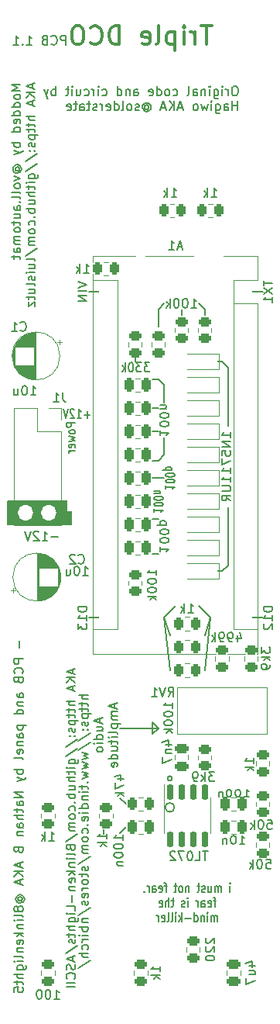
<source format=gbr>
%TF.GenerationSoftware,KiCad,Pcbnew,(5.99.0-10138-g1fe0c6d870)*%
%TF.CreationDate,2021-07-23T13:07:48+01:00*%
%TF.ProjectId,Hagiwo DCO,48616769-776f-4204-9443-4f2e6b696361,rev?*%
%TF.SameCoordinates,Original*%
%TF.FileFunction,Legend,Bot*%
%TF.FilePolarity,Positive*%
%FSLAX46Y46*%
G04 Gerber Fmt 4.6, Leading zero omitted, Abs format (unit mm)*
G04 Created by KiCad (PCBNEW (5.99.0-10138-g1fe0c6d870)) date 2021-07-23 13:07:48*
%MOMM*%
%LPD*%
G01*
G04 APERTURE LIST*
G04 Aperture macros list*
%AMRoundRect*
0 Rectangle with rounded corners*
0 $1 Rounding radius*
0 $2 $3 $4 $5 $6 $7 $8 $9 X,Y pos of 4 corners*
0 Add a 4 corners polygon primitive as box body*
4,1,4,$2,$3,$4,$5,$6,$7,$8,$9,$2,$3,0*
0 Add four circle primitives for the rounded corners*
1,1,$1+$1,$2,$3*
1,1,$1+$1,$4,$5*
1,1,$1+$1,$6,$7*
1,1,$1+$1,$8,$9*
0 Add four rect primitives between the rounded corners*
20,1,$1+$1,$2,$3,$4,$5,0*
20,1,$1+$1,$4,$5,$6,$7,0*
20,1,$1+$1,$6,$7,$8,$9,0*
20,1,$1+$1,$8,$9,$2,$3,0*%
G04 Aperture macros list end*
%ADD10C,0.150000*%
%ADD11C,0.300000*%
%ADD12C,0.200000*%
%ADD13C,0.120000*%
%ADD14RoundRect,0.250000X-0.475000X0.250000X-0.475000X-0.250000X0.475000X-0.250000X0.475000X0.250000X0*%
%ADD15R,1.500000X1.000000*%
%ADD16R,1.800000X1.800000*%
%ADD17C,1.800000*%
%ADD18C,3.240000*%
%ADD19C,3.230000*%
%ADD20R,2.200000X2.200000*%
%ADD21O,2.200000X2.200000*%
%ADD22O,3.000000X2.000000*%
%ADD23RoundRect,0.250000X0.262500X0.450000X-0.262500X0.450000X-0.262500X-0.450000X0.262500X-0.450000X0*%
%ADD24RoundRect,0.250000X0.450000X-0.262500X0.450000X0.262500X-0.450000X0.262500X-0.450000X-0.262500X0*%
%ADD25RoundRect,0.250000X-0.250000X-0.475000X0.250000X-0.475000X0.250000X0.475000X-0.250000X0.475000X0*%
%ADD26R,1.600000X1.600000*%
%ADD27C,1.600000*%
%ADD28RoundRect,0.250000X-0.450000X0.262500X-0.450000X-0.262500X0.450000X-0.262500X0.450000X0.262500X0*%
%ADD29C,1.440000*%
%ADD30RoundRect,0.250000X-0.262500X-0.450000X0.262500X-0.450000X0.262500X0.450000X-0.262500X0.450000X0*%
%ADD31O,1.600000X1.600000*%
%ADD32R,1.700000X1.700000*%
%ADD33O,1.700000X1.700000*%
%ADD34RoundRect,0.150000X-0.150000X0.725000X-0.150000X-0.725000X0.150000X-0.725000X0.150000X0.725000X0*%
%ADD35RoundRect,0.250000X0.250000X0.475000X-0.250000X0.475000X-0.250000X-0.475000X0.250000X-0.475000X0*%
G04 APERTURE END LIST*
D10*
X102909333Y-47950380D02*
X102909333Y-46950380D01*
X102528380Y-46950380D01*
X102433142Y-46998000D01*
X102385523Y-47045619D01*
X102337904Y-47140857D01*
X102337904Y-47283714D01*
X102385523Y-47378952D01*
X102433142Y-47426571D01*
X102528380Y-47474190D01*
X102909333Y-47474190D01*
X101337904Y-47855142D02*
X101385523Y-47902761D01*
X101528380Y-47950380D01*
X101623619Y-47950380D01*
X101766476Y-47902761D01*
X101861714Y-47807523D01*
X101909333Y-47712285D01*
X101956952Y-47521809D01*
X101956952Y-47378952D01*
X101909333Y-47188476D01*
X101861714Y-47093238D01*
X101766476Y-46998000D01*
X101623619Y-46950380D01*
X101528380Y-46950380D01*
X101385523Y-46998000D01*
X101337904Y-47045619D01*
X100576000Y-47426571D02*
X100433142Y-47474190D01*
X100385523Y-47521809D01*
X100337904Y-47617047D01*
X100337904Y-47759904D01*
X100385523Y-47855142D01*
X100433142Y-47902761D01*
X100528380Y-47950380D01*
X100909333Y-47950380D01*
X100909333Y-46950380D01*
X100576000Y-46950380D01*
X100480761Y-46998000D01*
X100433142Y-47045619D01*
X100385523Y-47140857D01*
X100385523Y-47236095D01*
X100433142Y-47331333D01*
X100480761Y-47378952D01*
X100576000Y-47426571D01*
X100909333Y-47426571D01*
X98623619Y-47950380D02*
X99195047Y-47950380D01*
X98909333Y-47950380D02*
X98909333Y-46950380D01*
X99004571Y-47093238D01*
X99099809Y-47188476D01*
X99195047Y-47236095D01*
X98195047Y-47855142D02*
X98147428Y-47902761D01*
X98195047Y-47950380D01*
X98242666Y-47902761D01*
X98195047Y-47855142D01*
X98195047Y-47950380D01*
X97195047Y-47950380D02*
X97766476Y-47950380D01*
X97480761Y-47950380D02*
X97480761Y-46950380D01*
X97576000Y-47093238D01*
X97671238Y-47188476D01*
X97766476Y-47236095D01*
X120650000Y-104775000D02*
X120015000Y-105410000D01*
X114935000Y-109220000D02*
X113665000Y-110490000D01*
X122555000Y-110490000D02*
X124460000Y-110490000D01*
X113030000Y-90170000D02*
X112395000Y-90170000D01*
X117475000Y-109220000D02*
X118745000Y-110490000D01*
X109474000Y-133350000D02*
X108839000Y-133985000D01*
X113030000Y-103505000D02*
X112395000Y-103505000D01*
X113030000Y-99695000D02*
X112395000Y-99695000D01*
X113665000Y-92710000D02*
X113030000Y-93345000D01*
X124460000Y-74930000D02*
X123190000Y-74930000D01*
X108839000Y-122555000D02*
X113030000Y-122555000D01*
X114808000Y-131191000D02*
G75*
G03*
X114808000Y-131191000I-508000J0D01*
G01*
X120650000Y-89535000D02*
X120650000Y-83185000D01*
X118745000Y-110490000D02*
X118110000Y-116205000D01*
X120650000Y-83185000D02*
X120015000Y-82550000D01*
X110490000Y-82550000D02*
X110490000Y-81915000D01*
X105410000Y-74930000D02*
X106680000Y-74930000D01*
X113030000Y-87630000D02*
X112395000Y-87630000D01*
X113030000Y-93345000D02*
X112395000Y-93345000D01*
X114554000Y-128016000D02*
G75*
G03*
X114554000Y-128016000I-254000J0D01*
G01*
X113665000Y-86995000D02*
X113665000Y-85090000D01*
X113665000Y-76200000D02*
X113030000Y-76835000D01*
X120650000Y-98425000D02*
X120650000Y-104775000D01*
X113665000Y-110490000D02*
X114300000Y-112395000D01*
X108839000Y-130175000D02*
X109474000Y-130810000D01*
X113665000Y-110490000D02*
X114300000Y-116205000D01*
X103505000Y-100330000D02*
X96520000Y-100330000D01*
X96520000Y-100330000D02*
X96520000Y-97790000D01*
X96520000Y-97790000D02*
X103505000Y-97790000D01*
X103505000Y-97790000D02*
X103505000Y-100330000D01*
G36*
X103505000Y-100330000D02*
G01*
X96520000Y-100330000D01*
X96520000Y-97790000D01*
X103505000Y-97790000D01*
X103505000Y-100330000D01*
G37*
X120015000Y-105410000D02*
X119380000Y-105410000D01*
X118110000Y-76835000D02*
X118110000Y-77470000D01*
X120015000Y-82550000D02*
X119380000Y-82550000D01*
X113665000Y-95250000D02*
X112395000Y-95250000D01*
X112395000Y-123190000D02*
X113030000Y-122555000D01*
X115570000Y-76835000D02*
X115570000Y-77470000D01*
X113665000Y-85090000D02*
X113030000Y-84455000D01*
X118745000Y-110490000D02*
X118110000Y-112395000D01*
X117475000Y-76200000D02*
X118110000Y-76835000D01*
X113665000Y-90805000D02*
X113665000Y-92710000D01*
X105410000Y-110490000D02*
X107315000Y-110490000D01*
X107061000Y-134112000D02*
X107061000Y-133604000D01*
X113030000Y-76835000D02*
X113030000Y-78740000D01*
X113030000Y-84455000D02*
X112395000Y-84455000D01*
X113030000Y-122555000D02*
X112395000Y-121920000D01*
X112395000Y-121920000D02*
X112395000Y-123190000D01*
X105354380Y-118953595D02*
X104354380Y-118953595D01*
X105354380Y-119382166D02*
X104830571Y-119382166D01*
X104735333Y-119334547D01*
X104687714Y-119239309D01*
X104687714Y-119096452D01*
X104735333Y-119001214D01*
X104782952Y-118953595D01*
X104687714Y-119715500D02*
X104687714Y-120096452D01*
X104354380Y-119858357D02*
X105211523Y-119858357D01*
X105306761Y-119905976D01*
X105354380Y-120001214D01*
X105354380Y-120096452D01*
X104687714Y-120286928D02*
X104687714Y-120667880D01*
X104354380Y-120429785D02*
X105211523Y-120429785D01*
X105306761Y-120477404D01*
X105354380Y-120572642D01*
X105354380Y-120667880D01*
X104687714Y-121001214D02*
X105687714Y-121001214D01*
X104735333Y-121001214D02*
X104687714Y-121096452D01*
X104687714Y-121286928D01*
X104735333Y-121382166D01*
X104782952Y-121429785D01*
X104878190Y-121477404D01*
X105163904Y-121477404D01*
X105259142Y-121429785D01*
X105306761Y-121382166D01*
X105354380Y-121286928D01*
X105354380Y-121096452D01*
X105306761Y-121001214D01*
X105306761Y-121858357D02*
X105354380Y-121953595D01*
X105354380Y-122144071D01*
X105306761Y-122239309D01*
X105211523Y-122286928D01*
X105163904Y-122286928D01*
X105068666Y-122239309D01*
X105021047Y-122144071D01*
X105021047Y-122001214D01*
X104973428Y-121905976D01*
X104878190Y-121858357D01*
X104830571Y-121858357D01*
X104735333Y-121905976D01*
X104687714Y-122001214D01*
X104687714Y-122144071D01*
X104735333Y-122239309D01*
X105259142Y-122715499D02*
X105306761Y-122763119D01*
X105354380Y-122715499D01*
X105306761Y-122667880D01*
X105259142Y-122715499D01*
X105354380Y-122715499D01*
X104735333Y-122715499D02*
X104782952Y-122763119D01*
X104830571Y-122715499D01*
X104782952Y-122667880D01*
X104735333Y-122715499D01*
X104830571Y-122715499D01*
X104306761Y-123905976D02*
X105592476Y-123048833D01*
X104306761Y-124953595D02*
X105592476Y-124096452D01*
X104687714Y-125191690D02*
X105354380Y-125382166D01*
X104878190Y-125572642D01*
X105354380Y-125763119D01*
X104687714Y-125953595D01*
X104687714Y-126239309D02*
X105354380Y-126429785D01*
X104878190Y-126620261D01*
X105354380Y-126810738D01*
X104687714Y-127001214D01*
X104687714Y-127286928D02*
X105354380Y-127477404D01*
X104878190Y-127667880D01*
X105354380Y-127858357D01*
X104687714Y-128048833D01*
X105259142Y-128429785D02*
X105306761Y-128477404D01*
X105354380Y-128429785D01*
X105306761Y-128382166D01*
X105259142Y-128429785D01*
X105354380Y-128429785D01*
X104687714Y-128763119D02*
X104687714Y-129144071D01*
X104354380Y-128905976D02*
X105211523Y-128905976D01*
X105306761Y-128953595D01*
X105354380Y-129048833D01*
X105354380Y-129144071D01*
X105354380Y-129477404D02*
X104687714Y-129477404D01*
X104354380Y-129477404D02*
X104402000Y-129429785D01*
X104449619Y-129477404D01*
X104402000Y-129525023D01*
X104354380Y-129477404D01*
X104449619Y-129477404D01*
X104687714Y-129953595D02*
X105354380Y-129953595D01*
X104782952Y-129953595D02*
X104735333Y-130001214D01*
X104687714Y-130096452D01*
X104687714Y-130239309D01*
X104735333Y-130334547D01*
X104830571Y-130382166D01*
X105354380Y-130382166D01*
X105354380Y-131286928D02*
X104354380Y-131286928D01*
X105306761Y-131286928D02*
X105354380Y-131191690D01*
X105354380Y-131001214D01*
X105306761Y-130905976D01*
X105259142Y-130858357D01*
X105163904Y-130810738D01*
X104878190Y-130810738D01*
X104782952Y-130858357D01*
X104735333Y-130905976D01*
X104687714Y-131001214D01*
X104687714Y-131191690D01*
X104735333Y-131286928D01*
X105354380Y-131763119D02*
X104687714Y-131763119D01*
X104354380Y-131763119D02*
X104402000Y-131715500D01*
X104449619Y-131763119D01*
X104402000Y-131810738D01*
X104354380Y-131763119D01*
X104449619Y-131763119D01*
X105306761Y-132620261D02*
X105354380Y-132525023D01*
X105354380Y-132334547D01*
X105306761Y-132239309D01*
X105211523Y-132191690D01*
X104830571Y-132191690D01*
X104735333Y-132239309D01*
X104687714Y-132334547D01*
X104687714Y-132525023D01*
X104735333Y-132620261D01*
X104830571Y-132667880D01*
X104925809Y-132667880D01*
X105021047Y-132191690D01*
X105259142Y-133096452D02*
X105306761Y-133144071D01*
X105354380Y-133096452D01*
X105306761Y-133048833D01*
X105259142Y-133096452D01*
X105354380Y-133096452D01*
X105306761Y-134001214D02*
X105354380Y-133905976D01*
X105354380Y-133715500D01*
X105306761Y-133620261D01*
X105259142Y-133572642D01*
X105163904Y-133525023D01*
X104878190Y-133525023D01*
X104782952Y-133572642D01*
X104735333Y-133620261D01*
X104687714Y-133715500D01*
X104687714Y-133905976D01*
X104735333Y-134001214D01*
X105354380Y-134572642D02*
X105306761Y-134477404D01*
X105259142Y-134429785D01*
X105163904Y-134382166D01*
X104878190Y-134382166D01*
X104782952Y-134429785D01*
X104735333Y-134477404D01*
X104687714Y-134572642D01*
X104687714Y-134715500D01*
X104735333Y-134810738D01*
X104782952Y-134858357D01*
X104878190Y-134905976D01*
X105163904Y-134905976D01*
X105259142Y-134858357D01*
X105306761Y-134810738D01*
X105354380Y-134715500D01*
X105354380Y-134572642D01*
X105354380Y-135334547D02*
X104687714Y-135334547D01*
X104782952Y-135334547D02*
X104735333Y-135382166D01*
X104687714Y-135477404D01*
X104687714Y-135620261D01*
X104735333Y-135715500D01*
X104830571Y-135763119D01*
X105354380Y-135763119D01*
X104830571Y-135763119D02*
X104735333Y-135810738D01*
X104687714Y-135905976D01*
X104687714Y-136048833D01*
X104735333Y-136144071D01*
X104830571Y-136191690D01*
X105354380Y-136191690D01*
X104306761Y-137382166D02*
X105592476Y-136525023D01*
X105306761Y-137667880D02*
X105354380Y-137763119D01*
X105354380Y-137953595D01*
X105306761Y-138048833D01*
X105211523Y-138096452D01*
X105163904Y-138096452D01*
X105068666Y-138048833D01*
X105021047Y-137953595D01*
X105021047Y-137810738D01*
X104973428Y-137715500D01*
X104878190Y-137667880D01*
X104830571Y-137667880D01*
X104735333Y-137715500D01*
X104687714Y-137810738D01*
X104687714Y-137953595D01*
X104735333Y-138048833D01*
X104687714Y-138382166D02*
X104687714Y-138763119D01*
X104354380Y-138525023D02*
X105211523Y-138525023D01*
X105306761Y-138572642D01*
X105354380Y-138667880D01*
X105354380Y-138763119D01*
X105354380Y-139239309D02*
X105306761Y-139144071D01*
X105259142Y-139096452D01*
X105163904Y-139048833D01*
X104878190Y-139048833D01*
X104782952Y-139096452D01*
X104735333Y-139144071D01*
X104687714Y-139239309D01*
X104687714Y-139382166D01*
X104735333Y-139477404D01*
X104782952Y-139525023D01*
X104878190Y-139572642D01*
X105163904Y-139572642D01*
X105259142Y-139525023D01*
X105306761Y-139477404D01*
X105354380Y-139382166D01*
X105354380Y-139239309D01*
X105354380Y-140001214D02*
X104687714Y-140001214D01*
X104878190Y-140001214D02*
X104782952Y-140048833D01*
X104735333Y-140096452D01*
X104687714Y-140191690D01*
X104687714Y-140286928D01*
X105306761Y-141001214D02*
X105354380Y-140905976D01*
X105354380Y-140715500D01*
X105306761Y-140620261D01*
X105211523Y-140572642D01*
X104830571Y-140572642D01*
X104735333Y-140620261D01*
X104687714Y-140715500D01*
X104687714Y-140905976D01*
X104735333Y-141001214D01*
X104830571Y-141048833D01*
X104925809Y-141048833D01*
X105021047Y-140572642D01*
X105306761Y-141429785D02*
X105354380Y-141525023D01*
X105354380Y-141715500D01*
X105306761Y-141810738D01*
X105211523Y-141858357D01*
X105163904Y-141858357D01*
X105068666Y-141810738D01*
X105021047Y-141715500D01*
X105021047Y-141572642D01*
X104973428Y-141477404D01*
X104878190Y-141429785D01*
X104830571Y-141429785D01*
X104735333Y-141477404D01*
X104687714Y-141572642D01*
X104687714Y-141715500D01*
X104735333Y-141810738D01*
X104306761Y-143001214D02*
X105592476Y-142144071D01*
X104687714Y-143334547D02*
X105354380Y-143334547D01*
X104782952Y-143334547D02*
X104735333Y-143382166D01*
X104687714Y-143477404D01*
X104687714Y-143620261D01*
X104735333Y-143715500D01*
X104830571Y-143763119D01*
X105354380Y-143763119D01*
X105354380Y-144239309D02*
X104354380Y-144239309D01*
X104735333Y-144239309D02*
X104687714Y-144334547D01*
X104687714Y-144525023D01*
X104735333Y-144620261D01*
X104782952Y-144667880D01*
X104878190Y-144715500D01*
X105163904Y-144715500D01*
X105259142Y-144667880D01*
X105306761Y-144620261D01*
X105354380Y-144525023D01*
X105354380Y-144334547D01*
X105306761Y-144239309D01*
X105354380Y-145144071D02*
X104687714Y-145144071D01*
X104354380Y-145144071D02*
X104402000Y-145096452D01*
X104449619Y-145144071D01*
X104402000Y-145191690D01*
X104354380Y-145144071D01*
X104449619Y-145144071D01*
X105354380Y-145620261D02*
X104687714Y-145620261D01*
X104878190Y-145620261D02*
X104782952Y-145667880D01*
X104735333Y-145715500D01*
X104687714Y-145810738D01*
X104687714Y-145905976D01*
X105306761Y-146667880D02*
X105354380Y-146572642D01*
X105354380Y-146382166D01*
X105306761Y-146286928D01*
X105259142Y-146239309D01*
X105163904Y-146191690D01*
X104878190Y-146191690D01*
X104782952Y-146239309D01*
X104735333Y-146286928D01*
X104687714Y-146382166D01*
X104687714Y-146572642D01*
X104735333Y-146667880D01*
X105354380Y-147096452D02*
X104354380Y-147096452D01*
X105354380Y-147525023D02*
X104830571Y-147525023D01*
X104735333Y-147477404D01*
X104687714Y-147382166D01*
X104687714Y-147239309D01*
X104735333Y-147144071D01*
X104782952Y-147096452D01*
X104306761Y-148715500D02*
X105592476Y-147858357D01*
X97945380Y-52278595D02*
X96945380Y-52278595D01*
X97659666Y-52611928D01*
X96945380Y-52945261D01*
X97945380Y-52945261D01*
X97945380Y-53564309D02*
X97897761Y-53469071D01*
X97850142Y-53421452D01*
X97754904Y-53373833D01*
X97469190Y-53373833D01*
X97373952Y-53421452D01*
X97326333Y-53469071D01*
X97278714Y-53564309D01*
X97278714Y-53707166D01*
X97326333Y-53802404D01*
X97373952Y-53850023D01*
X97469190Y-53897642D01*
X97754904Y-53897642D01*
X97850142Y-53850023D01*
X97897761Y-53802404D01*
X97945380Y-53707166D01*
X97945380Y-53564309D01*
X97945380Y-54754785D02*
X96945380Y-54754785D01*
X97897761Y-54754785D02*
X97945380Y-54659547D01*
X97945380Y-54469071D01*
X97897761Y-54373833D01*
X97850142Y-54326214D01*
X97754904Y-54278595D01*
X97469190Y-54278595D01*
X97373952Y-54326214D01*
X97326333Y-54373833D01*
X97278714Y-54469071D01*
X97278714Y-54659547D01*
X97326333Y-54754785D01*
X97945380Y-55659547D02*
X96945380Y-55659547D01*
X97897761Y-55659547D02*
X97945380Y-55564309D01*
X97945380Y-55373833D01*
X97897761Y-55278595D01*
X97850142Y-55230976D01*
X97754904Y-55183357D01*
X97469190Y-55183357D01*
X97373952Y-55230976D01*
X97326333Y-55278595D01*
X97278714Y-55373833D01*
X97278714Y-55564309D01*
X97326333Y-55659547D01*
X97897761Y-56516690D02*
X97945380Y-56421452D01*
X97945380Y-56230976D01*
X97897761Y-56135738D01*
X97802523Y-56088119D01*
X97421571Y-56088119D01*
X97326333Y-56135738D01*
X97278714Y-56230976D01*
X97278714Y-56421452D01*
X97326333Y-56516690D01*
X97421571Y-56564309D01*
X97516809Y-56564309D01*
X97612047Y-56088119D01*
X97945380Y-57421452D02*
X96945380Y-57421452D01*
X97897761Y-57421452D02*
X97945380Y-57326214D01*
X97945380Y-57135738D01*
X97897761Y-57040500D01*
X97850142Y-56992880D01*
X97754904Y-56945261D01*
X97469190Y-56945261D01*
X97373952Y-56992880D01*
X97326333Y-57040500D01*
X97278714Y-57135738D01*
X97278714Y-57326214D01*
X97326333Y-57421452D01*
X97945380Y-58659547D02*
X96945380Y-58659547D01*
X97326333Y-58659547D02*
X97278714Y-58754785D01*
X97278714Y-58945261D01*
X97326333Y-59040500D01*
X97373952Y-59088119D01*
X97469190Y-59135738D01*
X97754904Y-59135738D01*
X97850142Y-59088119D01*
X97897761Y-59040500D01*
X97945380Y-58945261D01*
X97945380Y-58754785D01*
X97897761Y-58659547D01*
X97278714Y-59469071D02*
X97945380Y-59707166D01*
X97278714Y-59945261D02*
X97945380Y-59707166D01*
X98183476Y-59611928D01*
X98231095Y-59564309D01*
X98278714Y-59469071D01*
X97469190Y-61707166D02*
X97421571Y-61659547D01*
X97373952Y-61564309D01*
X97373952Y-61469071D01*
X97421571Y-61373833D01*
X97469190Y-61326214D01*
X97564428Y-61278595D01*
X97659666Y-61278595D01*
X97754904Y-61326214D01*
X97802523Y-61373833D01*
X97850142Y-61469071D01*
X97850142Y-61564309D01*
X97802523Y-61659547D01*
X97754904Y-61707166D01*
X97373952Y-61707166D02*
X97754904Y-61707166D01*
X97802523Y-61754785D01*
X97802523Y-61802404D01*
X97754904Y-61897642D01*
X97659666Y-61945261D01*
X97421571Y-61945261D01*
X97278714Y-61850023D01*
X97183476Y-61707166D01*
X97135857Y-61516690D01*
X97183476Y-61326214D01*
X97278714Y-61183357D01*
X97421571Y-61088119D01*
X97612047Y-61040500D01*
X97802523Y-61088119D01*
X97945380Y-61183357D01*
X98040619Y-61326214D01*
X98088238Y-61516690D01*
X98040619Y-61707166D01*
X97945380Y-61850023D01*
X97278714Y-62278595D02*
X97945380Y-62516690D01*
X97278714Y-62754785D01*
X97945380Y-63278595D02*
X97897761Y-63183357D01*
X97850142Y-63135738D01*
X97754904Y-63088119D01*
X97469190Y-63088119D01*
X97373952Y-63135738D01*
X97326333Y-63183357D01*
X97278714Y-63278595D01*
X97278714Y-63421452D01*
X97326333Y-63516690D01*
X97373952Y-63564309D01*
X97469190Y-63611928D01*
X97754904Y-63611928D01*
X97850142Y-63564309D01*
X97897761Y-63516690D01*
X97945380Y-63421452D01*
X97945380Y-63278595D01*
X97945380Y-64183357D02*
X97897761Y-64088119D01*
X97802523Y-64040500D01*
X96945380Y-64040500D01*
X97945380Y-64707166D02*
X97897761Y-64611928D01*
X97802523Y-64564309D01*
X96945380Y-64564309D01*
X97850142Y-65088119D02*
X97897761Y-65135738D01*
X97945380Y-65088119D01*
X97897761Y-65040500D01*
X97850142Y-65088119D01*
X97945380Y-65088119D01*
X97945380Y-65992880D02*
X97421571Y-65992880D01*
X97326333Y-65945261D01*
X97278714Y-65850023D01*
X97278714Y-65659547D01*
X97326333Y-65564309D01*
X97897761Y-65992880D02*
X97945380Y-65897642D01*
X97945380Y-65659547D01*
X97897761Y-65564309D01*
X97802523Y-65516690D01*
X97707285Y-65516690D01*
X97612047Y-65564309D01*
X97564428Y-65659547D01*
X97564428Y-65897642D01*
X97516809Y-65992880D01*
X97278714Y-66897642D02*
X97945380Y-66897642D01*
X97278714Y-66469071D02*
X97802523Y-66469071D01*
X97897761Y-66516690D01*
X97945380Y-66611928D01*
X97945380Y-66754785D01*
X97897761Y-66850023D01*
X97850142Y-66897642D01*
X97278714Y-67230976D02*
X97278714Y-67611928D01*
X96945380Y-67373833D02*
X97802523Y-67373833D01*
X97897761Y-67421452D01*
X97945380Y-67516690D01*
X97945380Y-67611928D01*
X97945380Y-68088119D02*
X97897761Y-67992880D01*
X97850142Y-67945261D01*
X97754904Y-67897642D01*
X97469190Y-67897642D01*
X97373952Y-67945261D01*
X97326333Y-67992880D01*
X97278714Y-68088119D01*
X97278714Y-68230976D01*
X97326333Y-68326214D01*
X97373952Y-68373833D01*
X97469190Y-68421452D01*
X97754904Y-68421452D01*
X97850142Y-68373833D01*
X97897761Y-68326214D01*
X97945380Y-68230976D01*
X97945380Y-68088119D01*
X97945380Y-68850023D02*
X97278714Y-68850023D01*
X97373952Y-68850023D02*
X97326333Y-68897642D01*
X97278714Y-68992880D01*
X97278714Y-69135738D01*
X97326333Y-69230976D01*
X97421571Y-69278595D01*
X97945380Y-69278595D01*
X97421571Y-69278595D02*
X97326333Y-69326214D01*
X97278714Y-69421452D01*
X97278714Y-69564309D01*
X97326333Y-69659547D01*
X97421571Y-69707166D01*
X97945380Y-69707166D01*
X97945380Y-70611928D02*
X97421571Y-70611928D01*
X97326333Y-70564309D01*
X97278714Y-70469071D01*
X97278714Y-70278595D01*
X97326333Y-70183357D01*
X97897761Y-70611928D02*
X97945380Y-70516690D01*
X97945380Y-70278595D01*
X97897761Y-70183357D01*
X97802523Y-70135738D01*
X97707285Y-70135738D01*
X97612047Y-70183357D01*
X97564428Y-70278595D01*
X97564428Y-70516690D01*
X97516809Y-70611928D01*
X97278714Y-70945261D02*
X97278714Y-71326214D01*
X96945380Y-71088119D02*
X97802523Y-71088119D01*
X97897761Y-71135738D01*
X97945380Y-71230976D01*
X97945380Y-71326214D01*
X99269666Y-52230976D02*
X99269666Y-52707166D01*
X99555380Y-52135738D02*
X98555380Y-52469071D01*
X99555380Y-52802404D01*
X99555380Y-53135738D02*
X98555380Y-53135738D01*
X99555380Y-53707166D02*
X98983952Y-53278595D01*
X98555380Y-53707166D02*
X99126809Y-53135738D01*
X99269666Y-54088119D02*
X99269666Y-54564309D01*
X99555380Y-53992880D02*
X98555380Y-54326214D01*
X99555380Y-54659547D01*
X99555380Y-55754785D02*
X98555380Y-55754785D01*
X99555380Y-56183357D02*
X99031571Y-56183357D01*
X98936333Y-56135738D01*
X98888714Y-56040500D01*
X98888714Y-55897642D01*
X98936333Y-55802404D01*
X98983952Y-55754785D01*
X98888714Y-56516690D02*
X98888714Y-56897642D01*
X98555380Y-56659547D02*
X99412523Y-56659547D01*
X99507761Y-56707166D01*
X99555380Y-56802404D01*
X99555380Y-56897642D01*
X98888714Y-57088119D02*
X98888714Y-57469071D01*
X98555380Y-57230976D02*
X99412523Y-57230976D01*
X99507761Y-57278595D01*
X99555380Y-57373833D01*
X99555380Y-57469071D01*
X98888714Y-57802404D02*
X99888714Y-57802404D01*
X98936333Y-57802404D02*
X98888714Y-57897642D01*
X98888714Y-58088119D01*
X98936333Y-58183357D01*
X98983952Y-58230976D01*
X99079190Y-58278595D01*
X99364904Y-58278595D01*
X99460142Y-58230976D01*
X99507761Y-58183357D01*
X99555380Y-58088119D01*
X99555380Y-57897642D01*
X99507761Y-57802404D01*
X99507761Y-58659547D02*
X99555380Y-58754785D01*
X99555380Y-58945261D01*
X99507761Y-59040500D01*
X99412523Y-59088119D01*
X99364904Y-59088119D01*
X99269666Y-59040500D01*
X99222047Y-58945261D01*
X99222047Y-58802404D01*
X99174428Y-58707166D01*
X99079190Y-58659547D01*
X99031571Y-58659547D01*
X98936333Y-58707166D01*
X98888714Y-58802404D01*
X98888714Y-58945261D01*
X98936333Y-59040500D01*
X99460142Y-59516690D02*
X99507761Y-59564309D01*
X99555380Y-59516690D01*
X99507761Y-59469071D01*
X99460142Y-59516690D01*
X99555380Y-59516690D01*
X98936333Y-59516690D02*
X98983952Y-59564309D01*
X99031571Y-59516690D01*
X98983952Y-59469071D01*
X98936333Y-59516690D01*
X99031571Y-59516690D01*
X98507761Y-60707166D02*
X99793476Y-59850023D01*
X98507761Y-61754785D02*
X99793476Y-60897642D01*
X98888714Y-62516690D02*
X99698238Y-62516690D01*
X99793476Y-62469071D01*
X99841095Y-62421452D01*
X99888714Y-62326214D01*
X99888714Y-62183357D01*
X99841095Y-62088119D01*
X99507761Y-62516690D02*
X99555380Y-62421452D01*
X99555380Y-62230976D01*
X99507761Y-62135738D01*
X99460142Y-62088119D01*
X99364904Y-62040500D01*
X99079190Y-62040500D01*
X98983952Y-62088119D01*
X98936333Y-62135738D01*
X98888714Y-62230976D01*
X98888714Y-62421452D01*
X98936333Y-62516690D01*
X99555380Y-62992880D02*
X98888714Y-62992880D01*
X98555380Y-62992880D02*
X98603000Y-62945261D01*
X98650619Y-62992880D01*
X98603000Y-63040500D01*
X98555380Y-62992880D01*
X98650619Y-62992880D01*
X98888714Y-63326214D02*
X98888714Y-63707166D01*
X98555380Y-63469071D02*
X99412523Y-63469071D01*
X99507761Y-63516690D01*
X99555380Y-63611928D01*
X99555380Y-63707166D01*
X99555380Y-64040500D02*
X98555380Y-64040500D01*
X99555380Y-64469071D02*
X99031571Y-64469071D01*
X98936333Y-64421452D01*
X98888714Y-64326214D01*
X98888714Y-64183357D01*
X98936333Y-64088119D01*
X98983952Y-64040500D01*
X98888714Y-65373833D02*
X99555380Y-65373833D01*
X98888714Y-64945261D02*
X99412523Y-64945261D01*
X99507761Y-64992880D01*
X99555380Y-65088119D01*
X99555380Y-65230976D01*
X99507761Y-65326214D01*
X99460142Y-65373833D01*
X99555380Y-65850023D02*
X98555380Y-65850023D01*
X98936333Y-65850023D02*
X98888714Y-65945261D01*
X98888714Y-66135738D01*
X98936333Y-66230976D01*
X98983952Y-66278595D01*
X99079190Y-66326214D01*
X99364904Y-66326214D01*
X99460142Y-66278595D01*
X99507761Y-66230976D01*
X99555380Y-66135738D01*
X99555380Y-65945261D01*
X99507761Y-65850023D01*
X99460142Y-66754785D02*
X99507761Y-66802404D01*
X99555380Y-66754785D01*
X99507761Y-66707166D01*
X99460142Y-66754785D01*
X99555380Y-66754785D01*
X99507761Y-67659547D02*
X99555380Y-67564309D01*
X99555380Y-67373833D01*
X99507761Y-67278595D01*
X99460142Y-67230976D01*
X99364904Y-67183357D01*
X99079190Y-67183357D01*
X98983952Y-67230976D01*
X98936333Y-67278595D01*
X98888714Y-67373833D01*
X98888714Y-67564309D01*
X98936333Y-67659547D01*
X99555380Y-68230976D02*
X99507761Y-68135738D01*
X99460142Y-68088119D01*
X99364904Y-68040499D01*
X99079190Y-68040499D01*
X98983952Y-68088119D01*
X98936333Y-68135738D01*
X98888714Y-68230976D01*
X98888714Y-68373833D01*
X98936333Y-68469071D01*
X98983952Y-68516690D01*
X99079190Y-68564309D01*
X99364904Y-68564309D01*
X99460142Y-68516690D01*
X99507761Y-68469071D01*
X99555380Y-68373833D01*
X99555380Y-68230976D01*
X99555380Y-68992880D02*
X98888714Y-68992880D01*
X98983952Y-68992880D02*
X98936333Y-69040499D01*
X98888714Y-69135738D01*
X98888714Y-69278595D01*
X98936333Y-69373833D01*
X99031571Y-69421452D01*
X99555380Y-69421452D01*
X99031571Y-69421452D02*
X98936333Y-69469071D01*
X98888714Y-69564309D01*
X98888714Y-69707166D01*
X98936333Y-69802404D01*
X99031571Y-69850023D01*
X99555380Y-69850023D01*
X98507761Y-71040499D02*
X99793476Y-70183357D01*
X99555380Y-71516690D02*
X99507761Y-71421452D01*
X99412523Y-71373833D01*
X98555380Y-71373833D01*
X98888714Y-72326214D02*
X99555380Y-72326214D01*
X98888714Y-71897642D02*
X99412523Y-71897642D01*
X99507761Y-71945261D01*
X99555380Y-72040499D01*
X99555380Y-72183357D01*
X99507761Y-72278595D01*
X99460142Y-72326214D01*
X99555380Y-72802404D02*
X98888714Y-72802404D01*
X98555380Y-72802404D02*
X98603000Y-72754785D01*
X98650619Y-72802404D01*
X98603000Y-72850023D01*
X98555380Y-72802404D01*
X98650619Y-72802404D01*
X99507761Y-73230976D02*
X99555380Y-73326214D01*
X99555380Y-73516690D01*
X99507761Y-73611928D01*
X99412523Y-73659547D01*
X99364904Y-73659547D01*
X99269666Y-73611928D01*
X99222047Y-73516690D01*
X99222047Y-73373833D01*
X99174428Y-73278595D01*
X99079190Y-73230976D01*
X99031571Y-73230976D01*
X98936333Y-73278595D01*
X98888714Y-73373833D01*
X98888714Y-73516690D01*
X98936333Y-73611928D01*
X99555380Y-74230976D02*
X99507761Y-74135738D01*
X99412523Y-74088119D01*
X98555380Y-74088119D01*
X98888714Y-75040499D02*
X99555380Y-75040499D01*
X98888714Y-74611928D02*
X99412523Y-74611928D01*
X99507761Y-74659547D01*
X99555380Y-74754785D01*
X99555380Y-74897642D01*
X99507761Y-74992880D01*
X99460142Y-75040499D01*
X98888714Y-75373833D02*
X98888714Y-75754785D01*
X98555380Y-75516690D02*
X99412523Y-75516690D01*
X99507761Y-75564309D01*
X99555380Y-75659547D01*
X99555380Y-75754785D01*
X98888714Y-75992880D02*
X98888714Y-76516690D01*
X99555380Y-75992880D01*
X99555380Y-76516690D01*
D11*
X118886904Y-45894761D02*
X117744047Y-45894761D01*
X118315476Y-47894761D02*
X118315476Y-45894761D01*
X117077380Y-47894761D02*
X117077380Y-46561428D01*
X117077380Y-46942380D02*
X116982142Y-46751904D01*
X116886904Y-46656666D01*
X116696428Y-46561428D01*
X116505952Y-46561428D01*
X115839285Y-47894761D02*
X115839285Y-46561428D01*
X115839285Y-45894761D02*
X115934523Y-45990000D01*
X115839285Y-46085238D01*
X115744047Y-45990000D01*
X115839285Y-45894761D01*
X115839285Y-46085238D01*
X114886904Y-46561428D02*
X114886904Y-48561428D01*
X114886904Y-46656666D02*
X114696428Y-46561428D01*
X114315476Y-46561428D01*
X114125000Y-46656666D01*
X114029761Y-46751904D01*
X113934523Y-46942380D01*
X113934523Y-47513809D01*
X114029761Y-47704285D01*
X114125000Y-47799523D01*
X114315476Y-47894761D01*
X114696428Y-47894761D01*
X114886904Y-47799523D01*
X112791666Y-47894761D02*
X112982142Y-47799523D01*
X113077380Y-47609047D01*
X113077380Y-45894761D01*
X111267857Y-47799523D02*
X111458333Y-47894761D01*
X111839285Y-47894761D01*
X112029761Y-47799523D01*
X112125000Y-47609047D01*
X112125000Y-46847142D01*
X112029761Y-46656666D01*
X111839285Y-46561428D01*
X111458333Y-46561428D01*
X111267857Y-46656666D01*
X111172619Y-46847142D01*
X111172619Y-47037619D01*
X112125000Y-47228095D01*
X108791666Y-47894761D02*
X108791666Y-45894761D01*
X108315476Y-45894761D01*
X108029761Y-45990000D01*
X107839285Y-46180476D01*
X107744047Y-46370952D01*
X107648809Y-46751904D01*
X107648809Y-47037619D01*
X107744047Y-47418571D01*
X107839285Y-47609047D01*
X108029761Y-47799523D01*
X108315476Y-47894761D01*
X108791666Y-47894761D01*
X105648809Y-47704285D02*
X105744047Y-47799523D01*
X106029761Y-47894761D01*
X106220238Y-47894761D01*
X106505952Y-47799523D01*
X106696428Y-47609047D01*
X106791666Y-47418571D01*
X106886904Y-47037619D01*
X106886904Y-46751904D01*
X106791666Y-46370952D01*
X106696428Y-46180476D01*
X106505952Y-45990000D01*
X106220238Y-45894761D01*
X106029761Y-45894761D01*
X105744047Y-45990000D01*
X105648809Y-46085238D01*
X104410714Y-45894761D02*
X104029761Y-45894761D01*
X103839285Y-45990000D01*
X103648809Y-46180476D01*
X103553571Y-46561428D01*
X103553571Y-47228095D01*
X103648809Y-47609047D01*
X103839285Y-47799523D01*
X104029761Y-47894761D01*
X104410714Y-47894761D01*
X104601190Y-47799523D01*
X104791666Y-47609047D01*
X104886904Y-47228095D01*
X104886904Y-46561428D01*
X104791666Y-46180476D01*
X104601190Y-45990000D01*
X104410714Y-45894761D01*
D10*
X124547380Y-73691904D02*
X124547380Y-74263333D01*
X125547380Y-73977619D02*
X124547380Y-73977619D01*
X124547380Y-74501428D02*
X125547380Y-75168095D01*
X124547380Y-75168095D02*
X125547380Y-74501428D01*
X125547380Y-76072857D02*
X125547380Y-75501428D01*
X125547380Y-75787142D02*
X124547380Y-75787142D01*
X124690238Y-75691904D01*
X124785476Y-75596666D01*
X124833095Y-75501428D01*
X105549523Y-88336428D02*
X104940000Y-88336428D01*
X105244761Y-88717380D02*
X105244761Y-87955476D01*
X104140000Y-88717380D02*
X104597142Y-88717380D01*
X104368571Y-88717380D02*
X104368571Y-87717380D01*
X104444761Y-87860238D01*
X104520952Y-87955476D01*
X104597142Y-88003095D01*
X103835238Y-87812619D02*
X103797142Y-87765000D01*
X103720952Y-87717380D01*
X103530476Y-87717380D01*
X103454285Y-87765000D01*
X103416190Y-87812619D01*
X103378095Y-87907857D01*
X103378095Y-88003095D01*
X103416190Y-88145952D01*
X103873333Y-88717380D01*
X103378095Y-88717380D01*
X103149523Y-87717380D02*
X102882857Y-88717380D01*
X102616190Y-87717380D01*
X121520928Y-52495380D02*
X121330452Y-52495380D01*
X121235214Y-52543000D01*
X121139976Y-52638238D01*
X121092357Y-52828714D01*
X121092357Y-53162047D01*
X121139976Y-53352523D01*
X121235214Y-53447761D01*
X121330452Y-53495380D01*
X121520928Y-53495380D01*
X121616166Y-53447761D01*
X121711404Y-53352523D01*
X121759023Y-53162047D01*
X121759023Y-52828714D01*
X121711404Y-52638238D01*
X121616166Y-52543000D01*
X121520928Y-52495380D01*
X120663785Y-53495380D02*
X120663785Y-52828714D01*
X120663785Y-53019190D02*
X120616166Y-52923952D01*
X120568547Y-52876333D01*
X120473309Y-52828714D01*
X120378071Y-52828714D01*
X120044738Y-53495380D02*
X120044738Y-52828714D01*
X120044738Y-52495380D02*
X120092357Y-52543000D01*
X120044738Y-52590619D01*
X119997119Y-52543000D01*
X120044738Y-52495380D01*
X120044738Y-52590619D01*
X119139976Y-52828714D02*
X119139976Y-53638238D01*
X119187595Y-53733476D01*
X119235214Y-53781095D01*
X119330452Y-53828714D01*
X119473309Y-53828714D01*
X119568547Y-53781095D01*
X119139976Y-53447761D02*
X119235214Y-53495380D01*
X119425690Y-53495380D01*
X119520928Y-53447761D01*
X119568547Y-53400142D01*
X119616166Y-53304904D01*
X119616166Y-53019190D01*
X119568547Y-52923952D01*
X119520928Y-52876333D01*
X119425690Y-52828714D01*
X119235214Y-52828714D01*
X119139976Y-52876333D01*
X118663785Y-53495380D02*
X118663785Y-52828714D01*
X118663785Y-52495380D02*
X118711404Y-52543000D01*
X118663785Y-52590619D01*
X118616166Y-52543000D01*
X118663785Y-52495380D01*
X118663785Y-52590619D01*
X118187595Y-52828714D02*
X118187595Y-53495380D01*
X118187595Y-52923952D02*
X118139976Y-52876333D01*
X118044738Y-52828714D01*
X117901880Y-52828714D01*
X117806642Y-52876333D01*
X117759023Y-52971571D01*
X117759023Y-53495380D01*
X116854261Y-53495380D02*
X116854261Y-52971571D01*
X116901880Y-52876333D01*
X116997119Y-52828714D01*
X117187595Y-52828714D01*
X117282833Y-52876333D01*
X116854261Y-53447761D02*
X116949500Y-53495380D01*
X117187595Y-53495380D01*
X117282833Y-53447761D01*
X117330452Y-53352523D01*
X117330452Y-53257285D01*
X117282833Y-53162047D01*
X117187595Y-53114428D01*
X116949500Y-53114428D01*
X116854261Y-53066809D01*
X116235214Y-53495380D02*
X116330452Y-53447761D01*
X116378071Y-53352523D01*
X116378071Y-52495380D01*
X114663785Y-53447761D02*
X114759023Y-53495380D01*
X114949500Y-53495380D01*
X115044738Y-53447761D01*
X115092357Y-53400142D01*
X115139976Y-53304904D01*
X115139976Y-53019190D01*
X115092357Y-52923952D01*
X115044738Y-52876333D01*
X114949500Y-52828714D01*
X114759023Y-52828714D01*
X114663785Y-52876333D01*
X114092357Y-53495380D02*
X114187595Y-53447761D01*
X114235214Y-53400142D01*
X114282833Y-53304904D01*
X114282833Y-53019190D01*
X114235214Y-52923952D01*
X114187595Y-52876333D01*
X114092357Y-52828714D01*
X113949500Y-52828714D01*
X113854261Y-52876333D01*
X113806642Y-52923952D01*
X113759023Y-53019190D01*
X113759023Y-53304904D01*
X113806642Y-53400142D01*
X113854261Y-53447761D01*
X113949500Y-53495380D01*
X114092357Y-53495380D01*
X112901880Y-53495380D02*
X112901880Y-52495380D01*
X112901880Y-53447761D02*
X112997119Y-53495380D01*
X113187595Y-53495380D01*
X113282833Y-53447761D01*
X113330452Y-53400142D01*
X113378071Y-53304904D01*
X113378071Y-53019190D01*
X113330452Y-52923952D01*
X113282833Y-52876333D01*
X113187595Y-52828714D01*
X112997119Y-52828714D01*
X112901880Y-52876333D01*
X112044738Y-53447761D02*
X112139976Y-53495380D01*
X112330452Y-53495380D01*
X112425690Y-53447761D01*
X112473309Y-53352523D01*
X112473309Y-52971571D01*
X112425690Y-52876333D01*
X112330452Y-52828714D01*
X112139976Y-52828714D01*
X112044738Y-52876333D01*
X111997119Y-52971571D01*
X111997119Y-53066809D01*
X112473309Y-53162047D01*
X110378071Y-53495380D02*
X110378071Y-52971571D01*
X110425690Y-52876333D01*
X110520928Y-52828714D01*
X110711404Y-52828714D01*
X110806642Y-52876333D01*
X110378071Y-53447761D02*
X110473309Y-53495380D01*
X110711404Y-53495380D01*
X110806642Y-53447761D01*
X110854261Y-53352523D01*
X110854261Y-53257285D01*
X110806642Y-53162047D01*
X110711404Y-53114428D01*
X110473309Y-53114428D01*
X110378071Y-53066809D01*
X109901880Y-52828714D02*
X109901880Y-53495380D01*
X109901880Y-52923952D02*
X109854261Y-52876333D01*
X109759023Y-52828714D01*
X109616166Y-52828714D01*
X109520928Y-52876333D01*
X109473309Y-52971571D01*
X109473309Y-53495380D01*
X108568547Y-53495380D02*
X108568547Y-52495380D01*
X108568547Y-53447761D02*
X108663785Y-53495380D01*
X108854261Y-53495380D01*
X108949500Y-53447761D01*
X108997119Y-53400142D01*
X109044738Y-53304904D01*
X109044738Y-53019190D01*
X108997119Y-52923952D01*
X108949500Y-52876333D01*
X108854261Y-52828714D01*
X108663785Y-52828714D01*
X108568547Y-52876333D01*
X106901880Y-53447761D02*
X106997119Y-53495380D01*
X107187595Y-53495380D01*
X107282833Y-53447761D01*
X107330452Y-53400142D01*
X107378071Y-53304904D01*
X107378071Y-53019190D01*
X107330452Y-52923952D01*
X107282833Y-52876333D01*
X107187595Y-52828714D01*
X106997119Y-52828714D01*
X106901880Y-52876333D01*
X106473309Y-53495380D02*
X106473309Y-52828714D01*
X106473309Y-52495380D02*
X106520928Y-52543000D01*
X106473309Y-52590619D01*
X106425690Y-52543000D01*
X106473309Y-52495380D01*
X106473309Y-52590619D01*
X105997119Y-53495380D02*
X105997119Y-52828714D01*
X105997119Y-53019190D02*
X105949500Y-52923952D01*
X105901880Y-52876333D01*
X105806642Y-52828714D01*
X105711404Y-52828714D01*
X104949500Y-53447761D02*
X105044738Y-53495380D01*
X105235214Y-53495380D01*
X105330452Y-53447761D01*
X105378071Y-53400142D01*
X105425690Y-53304904D01*
X105425690Y-53019190D01*
X105378071Y-52923952D01*
X105330452Y-52876333D01*
X105235214Y-52828714D01*
X105044738Y-52828714D01*
X104949500Y-52876333D01*
X104092357Y-52828714D02*
X104092357Y-53495380D01*
X104520928Y-52828714D02*
X104520928Y-53352523D01*
X104473309Y-53447761D01*
X104378071Y-53495380D01*
X104235214Y-53495380D01*
X104139976Y-53447761D01*
X104092357Y-53400142D01*
X103616166Y-53495380D02*
X103616166Y-52828714D01*
X103616166Y-52495380D02*
X103663785Y-52543000D01*
X103616166Y-52590619D01*
X103568547Y-52543000D01*
X103616166Y-52495380D01*
X103616166Y-52590619D01*
X103282833Y-52828714D02*
X102901880Y-52828714D01*
X103139976Y-52495380D02*
X103139976Y-53352523D01*
X103092357Y-53447761D01*
X102997119Y-53495380D01*
X102901880Y-53495380D01*
X101806642Y-53495380D02*
X101806642Y-52495380D01*
X101806642Y-52876333D02*
X101711404Y-52828714D01*
X101520928Y-52828714D01*
X101425690Y-52876333D01*
X101378071Y-52923952D01*
X101330452Y-53019190D01*
X101330452Y-53304904D01*
X101378071Y-53400142D01*
X101425690Y-53447761D01*
X101520928Y-53495380D01*
X101711404Y-53495380D01*
X101806642Y-53447761D01*
X100997119Y-52828714D02*
X100759023Y-53495380D01*
X100520928Y-52828714D02*
X100759023Y-53495380D01*
X100854261Y-53733476D01*
X100901880Y-53781095D01*
X100997119Y-53828714D01*
X121711404Y-55105380D02*
X121711404Y-54105380D01*
X121711404Y-54581571D02*
X121139976Y-54581571D01*
X121139976Y-55105380D02*
X121139976Y-54105380D01*
X120235214Y-55105380D02*
X120235214Y-54581571D01*
X120282833Y-54486333D01*
X120378071Y-54438714D01*
X120568547Y-54438714D01*
X120663785Y-54486333D01*
X120235214Y-55057761D02*
X120330452Y-55105380D01*
X120568547Y-55105380D01*
X120663785Y-55057761D01*
X120711404Y-54962523D01*
X120711404Y-54867285D01*
X120663785Y-54772047D01*
X120568547Y-54724428D01*
X120330452Y-54724428D01*
X120235214Y-54676809D01*
X119330452Y-54438714D02*
X119330452Y-55248238D01*
X119378071Y-55343476D01*
X119425690Y-55391095D01*
X119520928Y-55438714D01*
X119663785Y-55438714D01*
X119759023Y-55391095D01*
X119330452Y-55057761D02*
X119425690Y-55105380D01*
X119616166Y-55105380D01*
X119711404Y-55057761D01*
X119759023Y-55010142D01*
X119806642Y-54914904D01*
X119806642Y-54629190D01*
X119759023Y-54533952D01*
X119711404Y-54486333D01*
X119616166Y-54438714D01*
X119425690Y-54438714D01*
X119330452Y-54486333D01*
X118854261Y-55105380D02*
X118854261Y-54438714D01*
X118854261Y-54105380D02*
X118901880Y-54153000D01*
X118854261Y-54200619D01*
X118806642Y-54153000D01*
X118854261Y-54105380D01*
X118854261Y-54200619D01*
X118473309Y-54438714D02*
X118282833Y-55105380D01*
X118092357Y-54629190D01*
X117901880Y-55105380D01*
X117711404Y-54438714D01*
X117187595Y-55105380D02*
X117282833Y-55057761D01*
X117330452Y-55010142D01*
X117378071Y-54914904D01*
X117378071Y-54629190D01*
X117330452Y-54533952D01*
X117282833Y-54486333D01*
X117187595Y-54438714D01*
X117044738Y-54438714D01*
X116949500Y-54486333D01*
X116901880Y-54533952D01*
X116854261Y-54629190D01*
X116854261Y-54914904D01*
X116901880Y-55010142D01*
X116949500Y-55057761D01*
X117044738Y-55105380D01*
X117187595Y-55105380D01*
X115711404Y-54819666D02*
X115235214Y-54819666D01*
X115806642Y-55105380D02*
X115473309Y-54105380D01*
X115139976Y-55105380D01*
X114806642Y-55105380D02*
X114806642Y-54105380D01*
X114235214Y-55105380D02*
X114663785Y-54533952D01*
X114235214Y-54105380D02*
X114806642Y-54676809D01*
X113854261Y-54819666D02*
X113378071Y-54819666D01*
X113949500Y-55105380D02*
X113616166Y-54105380D01*
X113282833Y-55105380D01*
X111568547Y-54629190D02*
X111616166Y-54581571D01*
X111711404Y-54533952D01*
X111806642Y-54533952D01*
X111901880Y-54581571D01*
X111949500Y-54629190D01*
X111997119Y-54724428D01*
X111997119Y-54819666D01*
X111949500Y-54914904D01*
X111901880Y-54962523D01*
X111806642Y-55010142D01*
X111711404Y-55010142D01*
X111616166Y-54962523D01*
X111568547Y-54914904D01*
X111568547Y-54533952D02*
X111568547Y-54914904D01*
X111520928Y-54962523D01*
X111473309Y-54962523D01*
X111378071Y-54914904D01*
X111330452Y-54819666D01*
X111330452Y-54581571D01*
X111425690Y-54438714D01*
X111568547Y-54343476D01*
X111759023Y-54295857D01*
X111949500Y-54343476D01*
X112092357Y-54438714D01*
X112187595Y-54581571D01*
X112235214Y-54772047D01*
X112187595Y-54962523D01*
X112092357Y-55105380D01*
X111949500Y-55200619D01*
X111759023Y-55248238D01*
X111568547Y-55200619D01*
X111425690Y-55105380D01*
X110949500Y-55057761D02*
X110854261Y-55105380D01*
X110663785Y-55105380D01*
X110568547Y-55057761D01*
X110520928Y-54962523D01*
X110520928Y-54914904D01*
X110568547Y-54819666D01*
X110663785Y-54772047D01*
X110806642Y-54772047D01*
X110901880Y-54724428D01*
X110949500Y-54629190D01*
X110949500Y-54581571D01*
X110901880Y-54486333D01*
X110806642Y-54438714D01*
X110663785Y-54438714D01*
X110568547Y-54486333D01*
X109949500Y-55105380D02*
X110044738Y-55057761D01*
X110092357Y-55010142D01*
X110139976Y-54914904D01*
X110139976Y-54629190D01*
X110092357Y-54533952D01*
X110044738Y-54486333D01*
X109949500Y-54438714D01*
X109806642Y-54438714D01*
X109711404Y-54486333D01*
X109663785Y-54533952D01*
X109616166Y-54629190D01*
X109616166Y-54914904D01*
X109663785Y-55010142D01*
X109711404Y-55057761D01*
X109806642Y-55105380D01*
X109949500Y-55105380D01*
X109044738Y-55105380D02*
X109139976Y-55057761D01*
X109187595Y-54962523D01*
X109187595Y-54105380D01*
X108235214Y-55105380D02*
X108235214Y-54105380D01*
X108235214Y-55057761D02*
X108330452Y-55105380D01*
X108520928Y-55105380D01*
X108616166Y-55057761D01*
X108663785Y-55010142D01*
X108711404Y-54914904D01*
X108711404Y-54629190D01*
X108663785Y-54533952D01*
X108616166Y-54486333D01*
X108520928Y-54438714D01*
X108330452Y-54438714D01*
X108235214Y-54486333D01*
X107378071Y-55057761D02*
X107473309Y-55105380D01*
X107663785Y-55105380D01*
X107759023Y-55057761D01*
X107806642Y-54962523D01*
X107806642Y-54581571D01*
X107759023Y-54486333D01*
X107663785Y-54438714D01*
X107473309Y-54438714D01*
X107378071Y-54486333D01*
X107330452Y-54581571D01*
X107330452Y-54676809D01*
X107806642Y-54772047D01*
X106901880Y-55105380D02*
X106901880Y-54438714D01*
X106901880Y-54629190D02*
X106854261Y-54533952D01*
X106806642Y-54486333D01*
X106711404Y-54438714D01*
X106616166Y-54438714D01*
X106330452Y-55057761D02*
X106235214Y-55105380D01*
X106044738Y-55105380D01*
X105949500Y-55057761D01*
X105901880Y-54962523D01*
X105901880Y-54914904D01*
X105949500Y-54819666D01*
X106044738Y-54772047D01*
X106187595Y-54772047D01*
X106282833Y-54724428D01*
X106330452Y-54629190D01*
X106330452Y-54581571D01*
X106282833Y-54486333D01*
X106187595Y-54438714D01*
X106044738Y-54438714D01*
X105949500Y-54486333D01*
X105616166Y-54438714D02*
X105235214Y-54438714D01*
X105473309Y-54105380D02*
X105473309Y-54962523D01*
X105425690Y-55057761D01*
X105330452Y-55105380D01*
X105235214Y-55105380D01*
X104473309Y-55105380D02*
X104473309Y-54581571D01*
X104520928Y-54486333D01*
X104616166Y-54438714D01*
X104806642Y-54438714D01*
X104901880Y-54486333D01*
X104473309Y-55057761D02*
X104568547Y-55105380D01*
X104806642Y-55105380D01*
X104901880Y-55057761D01*
X104949500Y-54962523D01*
X104949500Y-54867285D01*
X104901880Y-54772047D01*
X104806642Y-54724428D01*
X104568547Y-54724428D01*
X104473309Y-54676809D01*
X104139976Y-54438714D02*
X103759023Y-54438714D01*
X103997119Y-54105380D02*
X103997119Y-54962523D01*
X103949500Y-55057761D01*
X103854261Y-55105380D01*
X103759023Y-55105380D01*
X103044738Y-55057761D02*
X103139976Y-55105380D01*
X103330452Y-55105380D01*
X103425690Y-55057761D01*
X103473309Y-54962523D01*
X103473309Y-54581571D01*
X103425690Y-54486333D01*
X103330452Y-54438714D01*
X103139976Y-54438714D01*
X103044738Y-54486333D01*
X102997119Y-54581571D01*
X102997119Y-54676809D01*
X103473309Y-54772047D01*
X104227380Y-73834761D02*
X105227380Y-74168095D01*
X104227380Y-74501428D01*
X105227380Y-74834761D02*
X104227380Y-74834761D01*
X105227380Y-75310952D02*
X104227380Y-75310952D01*
X105227380Y-75882380D01*
X104227380Y-75882380D01*
X102091904Y-101671428D02*
X101330000Y-101671428D01*
X100330000Y-102052380D02*
X100901428Y-102052380D01*
X100615714Y-102052380D02*
X100615714Y-101052380D01*
X100710952Y-101195238D01*
X100806190Y-101290476D01*
X100901428Y-101338095D01*
X99949047Y-101147619D02*
X99901428Y-101100000D01*
X99806190Y-101052380D01*
X99568095Y-101052380D01*
X99472857Y-101100000D01*
X99425238Y-101147619D01*
X99377619Y-101242857D01*
X99377619Y-101338095D01*
X99425238Y-101480952D01*
X99996666Y-102052380D01*
X99377619Y-102052380D01*
X99091904Y-101052380D02*
X98758571Y-102052380D01*
X98425238Y-101052380D01*
X97861428Y-112984595D02*
X97861428Y-113746500D01*
X98242380Y-114984595D02*
X97242380Y-114984595D01*
X97242380Y-115365547D01*
X97290000Y-115460785D01*
X97337619Y-115508404D01*
X97432857Y-115556023D01*
X97575714Y-115556023D01*
X97670952Y-115508404D01*
X97718571Y-115460785D01*
X97766190Y-115365547D01*
X97766190Y-114984595D01*
X98147142Y-116556023D02*
X98194761Y-116508404D01*
X98242380Y-116365547D01*
X98242380Y-116270309D01*
X98194761Y-116127452D01*
X98099523Y-116032214D01*
X98004285Y-115984595D01*
X97813809Y-115936976D01*
X97670952Y-115936976D01*
X97480476Y-115984595D01*
X97385238Y-116032214D01*
X97290000Y-116127452D01*
X97242380Y-116270309D01*
X97242380Y-116365547D01*
X97290000Y-116508404D01*
X97337619Y-116556023D01*
X97718571Y-117317928D02*
X97766190Y-117460785D01*
X97813809Y-117508404D01*
X97909047Y-117556023D01*
X98051904Y-117556023D01*
X98147142Y-117508404D01*
X98194761Y-117460785D01*
X98242380Y-117365547D01*
X98242380Y-116984595D01*
X97242380Y-116984595D01*
X97242380Y-117317928D01*
X97290000Y-117413166D01*
X97337619Y-117460785D01*
X97432857Y-117508404D01*
X97528095Y-117508404D01*
X97623333Y-117460785D01*
X97670952Y-117413166D01*
X97718571Y-117317928D01*
X97718571Y-116984595D01*
X98242380Y-119175071D02*
X97718571Y-119175071D01*
X97623333Y-119127452D01*
X97575714Y-119032214D01*
X97575714Y-118841738D01*
X97623333Y-118746500D01*
X98194761Y-119175071D02*
X98242380Y-119079833D01*
X98242380Y-118841738D01*
X98194761Y-118746500D01*
X98099523Y-118698880D01*
X98004285Y-118698880D01*
X97909047Y-118746500D01*
X97861428Y-118841738D01*
X97861428Y-119079833D01*
X97813809Y-119175071D01*
X97575714Y-119651261D02*
X98242380Y-119651261D01*
X97670952Y-119651261D02*
X97623333Y-119698880D01*
X97575714Y-119794119D01*
X97575714Y-119936976D01*
X97623333Y-120032214D01*
X97718571Y-120079833D01*
X98242380Y-120079833D01*
X98242380Y-120984595D02*
X97242380Y-120984595D01*
X98194761Y-120984595D02*
X98242380Y-120889357D01*
X98242380Y-120698880D01*
X98194761Y-120603642D01*
X98147142Y-120556023D01*
X98051904Y-120508404D01*
X97766190Y-120508404D01*
X97670952Y-120556023D01*
X97623333Y-120603642D01*
X97575714Y-120698880D01*
X97575714Y-120889357D01*
X97623333Y-120984595D01*
X97575714Y-122222690D02*
X98575714Y-122222690D01*
X97623333Y-122222690D02*
X97575714Y-122317928D01*
X97575714Y-122508404D01*
X97623333Y-122603642D01*
X97670952Y-122651261D01*
X97766190Y-122698880D01*
X98051904Y-122698880D01*
X98147142Y-122651261D01*
X98194761Y-122603642D01*
X98242380Y-122508404D01*
X98242380Y-122317928D01*
X98194761Y-122222690D01*
X98242380Y-123556023D02*
X97718571Y-123556023D01*
X97623333Y-123508404D01*
X97575714Y-123413166D01*
X97575714Y-123222690D01*
X97623333Y-123127452D01*
X98194761Y-123556023D02*
X98242380Y-123460785D01*
X98242380Y-123222690D01*
X98194761Y-123127452D01*
X98099523Y-123079833D01*
X98004285Y-123079833D01*
X97909047Y-123127452D01*
X97861428Y-123222690D01*
X97861428Y-123460785D01*
X97813809Y-123556023D01*
X97575714Y-124032214D02*
X98242380Y-124032214D01*
X97670952Y-124032214D02*
X97623333Y-124079833D01*
X97575714Y-124175071D01*
X97575714Y-124317928D01*
X97623333Y-124413166D01*
X97718571Y-124460785D01*
X98242380Y-124460785D01*
X98194761Y-125317928D02*
X98242380Y-125222690D01*
X98242380Y-125032214D01*
X98194761Y-124936976D01*
X98099523Y-124889357D01*
X97718571Y-124889357D01*
X97623333Y-124936976D01*
X97575714Y-125032214D01*
X97575714Y-125222690D01*
X97623333Y-125317928D01*
X97718571Y-125365547D01*
X97813809Y-125365547D01*
X97909047Y-124889357D01*
X98242380Y-125936976D02*
X98194761Y-125841738D01*
X98099523Y-125794119D01*
X97242380Y-125794119D01*
X98242380Y-127079833D02*
X97242380Y-127079833D01*
X97623333Y-127079833D02*
X97575714Y-127175071D01*
X97575714Y-127365547D01*
X97623333Y-127460785D01*
X97670952Y-127508404D01*
X97766190Y-127556023D01*
X98051904Y-127556023D01*
X98147142Y-127508404D01*
X98194761Y-127460785D01*
X98242380Y-127365547D01*
X98242380Y-127175071D01*
X98194761Y-127079833D01*
X97575714Y-127889357D02*
X98242380Y-128127452D01*
X97575714Y-128365547D02*
X98242380Y-128127452D01*
X98480476Y-128032214D01*
X98528095Y-127984595D01*
X98575714Y-127889357D01*
X98242380Y-129508404D02*
X97242380Y-129508404D01*
X98242380Y-130079833D01*
X97242380Y-130079833D01*
X98242380Y-130984595D02*
X97718571Y-130984595D01*
X97623333Y-130936976D01*
X97575714Y-130841738D01*
X97575714Y-130651261D01*
X97623333Y-130556023D01*
X98194761Y-130984595D02*
X98242380Y-130889357D01*
X98242380Y-130651261D01*
X98194761Y-130556023D01*
X98099523Y-130508404D01*
X98004285Y-130508404D01*
X97909047Y-130556023D01*
X97861428Y-130651261D01*
X97861428Y-130889357D01*
X97813809Y-130984595D01*
X97575714Y-131317928D02*
X97575714Y-131698880D01*
X97242380Y-131460785D02*
X98099523Y-131460785D01*
X98194761Y-131508404D01*
X98242380Y-131603642D01*
X98242380Y-131698880D01*
X98242380Y-132032214D02*
X97242380Y-132032214D01*
X98242380Y-132460785D02*
X97718571Y-132460785D01*
X97623333Y-132413166D01*
X97575714Y-132317928D01*
X97575714Y-132175071D01*
X97623333Y-132079833D01*
X97670952Y-132032214D01*
X98242380Y-133365547D02*
X97718571Y-133365547D01*
X97623333Y-133317928D01*
X97575714Y-133222690D01*
X97575714Y-133032214D01*
X97623333Y-132936976D01*
X98194761Y-133365547D02*
X98242380Y-133270309D01*
X98242380Y-133032214D01*
X98194761Y-132936976D01*
X98099523Y-132889357D01*
X98004285Y-132889357D01*
X97909047Y-132936976D01*
X97861428Y-133032214D01*
X97861428Y-133270309D01*
X97813809Y-133365547D01*
X97575714Y-133841738D02*
X98242380Y-133841738D01*
X97670952Y-133841738D02*
X97623333Y-133889357D01*
X97575714Y-133984595D01*
X97575714Y-134127452D01*
X97623333Y-134222690D01*
X97718571Y-134270309D01*
X98242380Y-134270309D01*
X97718571Y-135841738D02*
X97766190Y-135984595D01*
X97813809Y-136032214D01*
X97909047Y-136079833D01*
X98051904Y-136079833D01*
X98147142Y-136032214D01*
X98194761Y-135984595D01*
X98242380Y-135889357D01*
X98242380Y-135508404D01*
X97242380Y-135508404D01*
X97242380Y-135841738D01*
X97290000Y-135936976D01*
X97337619Y-135984595D01*
X97432857Y-136032214D01*
X97528095Y-136032214D01*
X97623333Y-135984595D01*
X97670952Y-135936976D01*
X97718571Y-135841738D01*
X97718571Y-135508404D01*
X97956666Y-137222690D02*
X97956666Y-137698880D01*
X98242380Y-137127452D02*
X97242380Y-137460785D01*
X98242380Y-137794119D01*
X98242380Y-138127452D02*
X97242380Y-138127452D01*
X98242380Y-138698880D02*
X97670952Y-138270309D01*
X97242380Y-138698880D02*
X97813809Y-138127452D01*
X97956666Y-139079833D02*
X97956666Y-139556023D01*
X98242380Y-138984595D02*
X97242380Y-139317928D01*
X98242380Y-139651261D01*
X97766190Y-141365547D02*
X97718571Y-141317928D01*
X97670952Y-141222690D01*
X97670952Y-141127452D01*
X97718571Y-141032214D01*
X97766190Y-140984595D01*
X97861428Y-140936976D01*
X97956666Y-140936976D01*
X98051904Y-140984595D01*
X98099523Y-141032214D01*
X98147142Y-141127452D01*
X98147142Y-141222690D01*
X98099523Y-141317928D01*
X98051904Y-141365547D01*
X97670952Y-141365547D02*
X98051904Y-141365547D01*
X98099523Y-141413166D01*
X98099523Y-141460785D01*
X98051904Y-141556023D01*
X97956666Y-141603642D01*
X97718571Y-141603642D01*
X97575714Y-141508404D01*
X97480476Y-141365547D01*
X97432857Y-141175071D01*
X97480476Y-140984595D01*
X97575714Y-140841738D01*
X97718571Y-140746499D01*
X97909047Y-140698880D01*
X98099523Y-140746499D01*
X98242380Y-140841738D01*
X98337619Y-140984595D01*
X98385238Y-141175071D01*
X98337619Y-141365547D01*
X98242380Y-141508404D01*
X97670952Y-142175071D02*
X97623333Y-142079833D01*
X97575714Y-142032214D01*
X97480476Y-141984595D01*
X97432857Y-141984595D01*
X97337619Y-142032214D01*
X97290000Y-142079833D01*
X97242380Y-142175071D01*
X97242380Y-142365547D01*
X97290000Y-142460785D01*
X97337619Y-142508404D01*
X97432857Y-142556023D01*
X97480476Y-142556023D01*
X97575714Y-142508404D01*
X97623333Y-142460785D01*
X97670952Y-142365547D01*
X97670952Y-142175071D01*
X97718571Y-142079833D01*
X97766190Y-142032214D01*
X97861428Y-141984595D01*
X98051904Y-141984595D01*
X98147142Y-142032214D01*
X98194761Y-142079833D01*
X98242380Y-142175071D01*
X98242380Y-142365547D01*
X98194761Y-142460785D01*
X98147142Y-142508404D01*
X98051904Y-142556023D01*
X97861428Y-142556023D01*
X97766190Y-142508404D01*
X97718571Y-142460785D01*
X97670952Y-142365547D01*
X98242380Y-143127452D02*
X98194761Y-143032214D01*
X98099523Y-142984595D01*
X97242380Y-142984595D01*
X98242380Y-143508404D02*
X97575714Y-143508404D01*
X97242380Y-143508404D02*
X97290000Y-143460785D01*
X97337619Y-143508404D01*
X97290000Y-143556023D01*
X97242380Y-143508404D01*
X97337619Y-143508404D01*
X97575714Y-143984595D02*
X98242380Y-143984595D01*
X97670952Y-143984595D02*
X97623333Y-144032214D01*
X97575714Y-144127452D01*
X97575714Y-144270309D01*
X97623333Y-144365547D01*
X97718571Y-144413166D01*
X98242380Y-144413166D01*
X98242380Y-144889357D02*
X97242380Y-144889357D01*
X97861428Y-144984595D02*
X98242380Y-145270309D01*
X97575714Y-145270309D02*
X97956666Y-144889357D01*
X98194761Y-146079833D02*
X98242380Y-145984595D01*
X98242380Y-145794119D01*
X98194761Y-145698880D01*
X98099523Y-145651261D01*
X97718571Y-145651261D01*
X97623333Y-145698880D01*
X97575714Y-145794119D01*
X97575714Y-145984595D01*
X97623333Y-146079833D01*
X97718571Y-146127452D01*
X97813809Y-146127452D01*
X97909047Y-145651261D01*
X97575714Y-146556023D02*
X98242380Y-146556023D01*
X97670952Y-146556023D02*
X97623333Y-146603642D01*
X97575714Y-146698880D01*
X97575714Y-146841738D01*
X97623333Y-146936976D01*
X97718571Y-146984595D01*
X98242380Y-146984595D01*
X98242380Y-147603642D02*
X98194761Y-147508404D01*
X98099523Y-147460785D01*
X97242380Y-147460785D01*
X98242380Y-147984595D02*
X97575714Y-147984595D01*
X97242380Y-147984595D02*
X97290000Y-147936976D01*
X97337619Y-147984595D01*
X97290000Y-148032214D01*
X97242380Y-147984595D01*
X97337619Y-147984595D01*
X97575714Y-148889357D02*
X98385238Y-148889357D01*
X98480476Y-148841738D01*
X98528095Y-148794119D01*
X98575714Y-148698880D01*
X98575714Y-148556023D01*
X98528095Y-148460785D01*
X98194761Y-148889357D02*
X98242380Y-148794119D01*
X98242380Y-148603642D01*
X98194761Y-148508404D01*
X98147142Y-148460785D01*
X98051904Y-148413166D01*
X97766190Y-148413166D01*
X97670952Y-148460785D01*
X97623333Y-148508404D01*
X97575714Y-148603642D01*
X97575714Y-148794119D01*
X97623333Y-148889357D01*
X98242380Y-149365547D02*
X97242380Y-149365547D01*
X98242380Y-149794119D02*
X97718571Y-149794119D01*
X97623333Y-149746499D01*
X97575714Y-149651261D01*
X97575714Y-149508404D01*
X97623333Y-149413166D01*
X97670952Y-149365547D01*
X97575714Y-150127452D02*
X97575714Y-150508404D01*
X97242380Y-150270309D02*
X98099523Y-150270309D01*
X98194761Y-150317928D01*
X98242380Y-150413166D01*
X98242380Y-150508404D01*
X97242380Y-151317928D02*
X97242380Y-150841738D01*
X97718571Y-150794119D01*
X97670952Y-150841738D01*
X97623333Y-150936976D01*
X97623333Y-151175071D01*
X97670952Y-151270309D01*
X97718571Y-151317928D01*
X97813809Y-151365547D01*
X98051904Y-151365547D01*
X98147142Y-151317928D01*
X98194761Y-151270309D01*
X98242380Y-151175071D01*
X98242380Y-150936976D01*
X98194761Y-150841738D01*
X98147142Y-150794119D01*
D12*
X106676666Y-121483666D02*
X106676666Y-121959857D01*
X106962380Y-121388428D02*
X105962380Y-121721761D01*
X106962380Y-122055095D01*
X106295714Y-122817000D02*
X106962380Y-122817000D01*
X106295714Y-122388428D02*
X106819523Y-122388428D01*
X106914761Y-122436047D01*
X106962380Y-122531285D01*
X106962380Y-122674142D01*
X106914761Y-122769380D01*
X106867142Y-122817000D01*
X106962380Y-123721761D02*
X105962380Y-123721761D01*
X106914761Y-123721761D02*
X106962380Y-123626523D01*
X106962380Y-123436047D01*
X106914761Y-123340809D01*
X106867142Y-123293190D01*
X106771904Y-123245571D01*
X106486190Y-123245571D01*
X106390952Y-123293190D01*
X106343333Y-123340809D01*
X106295714Y-123436047D01*
X106295714Y-123626523D01*
X106343333Y-123721761D01*
X106962380Y-124197952D02*
X106295714Y-124197952D01*
X105962380Y-124197952D02*
X106010000Y-124150333D01*
X106057619Y-124197952D01*
X106010000Y-124245571D01*
X105962380Y-124197952D01*
X106057619Y-124197952D01*
X106962380Y-124817000D02*
X106914761Y-124721761D01*
X106867142Y-124674142D01*
X106771904Y-124626523D01*
X106486190Y-124626523D01*
X106390952Y-124674142D01*
X106343333Y-124721761D01*
X106295714Y-124817000D01*
X106295714Y-124959857D01*
X106343333Y-125055095D01*
X106390952Y-125102714D01*
X106486190Y-125150333D01*
X106771904Y-125150333D01*
X106867142Y-125102714D01*
X106914761Y-125055095D01*
X106962380Y-124959857D01*
X106962380Y-124817000D01*
X108286666Y-119840809D02*
X108286666Y-120317000D01*
X108572380Y-119745571D02*
X107572380Y-120078904D01*
X108572380Y-120412238D01*
X108572380Y-120745571D02*
X107905714Y-120745571D01*
X108000952Y-120745571D02*
X107953333Y-120793190D01*
X107905714Y-120888428D01*
X107905714Y-121031285D01*
X107953333Y-121126523D01*
X108048571Y-121174142D01*
X108572380Y-121174142D01*
X108048571Y-121174142D02*
X107953333Y-121221761D01*
X107905714Y-121317000D01*
X107905714Y-121459857D01*
X107953333Y-121555095D01*
X108048571Y-121602714D01*
X108572380Y-121602714D01*
X107905714Y-122078904D02*
X108905714Y-122078904D01*
X107953333Y-122078904D02*
X107905714Y-122174142D01*
X107905714Y-122364619D01*
X107953333Y-122459857D01*
X108000952Y-122507476D01*
X108096190Y-122555095D01*
X108381904Y-122555095D01*
X108477142Y-122507476D01*
X108524761Y-122459857D01*
X108572380Y-122364619D01*
X108572380Y-122174142D01*
X108524761Y-122078904D01*
X108572380Y-123126523D02*
X108524761Y-123031285D01*
X108429523Y-122983666D01*
X107572380Y-122983666D01*
X108572380Y-123507476D02*
X107905714Y-123507476D01*
X107572380Y-123507476D02*
X107620000Y-123459857D01*
X107667619Y-123507476D01*
X107620000Y-123555095D01*
X107572380Y-123507476D01*
X107667619Y-123507476D01*
X107905714Y-123840809D02*
X107905714Y-124221761D01*
X107572380Y-123983666D02*
X108429523Y-123983666D01*
X108524761Y-124031285D01*
X108572380Y-124126523D01*
X108572380Y-124221761D01*
X107905714Y-124983666D02*
X108572380Y-124983666D01*
X107905714Y-124555095D02*
X108429523Y-124555095D01*
X108524761Y-124602714D01*
X108572380Y-124697952D01*
X108572380Y-124840809D01*
X108524761Y-124936047D01*
X108477142Y-124983666D01*
X108572380Y-125888428D02*
X107572380Y-125888428D01*
X108524761Y-125888428D02*
X108572380Y-125793190D01*
X108572380Y-125602714D01*
X108524761Y-125507476D01*
X108477142Y-125459857D01*
X108381904Y-125412238D01*
X108096190Y-125412238D01*
X108000952Y-125459857D01*
X107953333Y-125507476D01*
X107905714Y-125602714D01*
X107905714Y-125793190D01*
X107953333Y-125888428D01*
X108524761Y-126745571D02*
X108572380Y-126650333D01*
X108572380Y-126459857D01*
X108524761Y-126364619D01*
X108429523Y-126317000D01*
X108048571Y-126317000D01*
X107953333Y-126364619D01*
X107905714Y-126459857D01*
X107905714Y-126650333D01*
X107953333Y-126745571D01*
X108048571Y-126793190D01*
X108143809Y-126793190D01*
X108239047Y-126317000D01*
D10*
X105227380Y-109275714D02*
X104227380Y-109275714D01*
X104227380Y-109513809D01*
X104275000Y-109656666D01*
X104370238Y-109751904D01*
X104465476Y-109799523D01*
X104655952Y-109847142D01*
X104798809Y-109847142D01*
X104989285Y-109799523D01*
X105084523Y-109751904D01*
X105179761Y-109656666D01*
X105227380Y-109513809D01*
X105227380Y-109275714D01*
X105227380Y-110799523D02*
X105227380Y-110228095D01*
X105227380Y-110513809D02*
X104227380Y-110513809D01*
X104370238Y-110418571D01*
X104465476Y-110323333D01*
X104513095Y-110228095D01*
X104227380Y-111132857D02*
X104227380Y-111751904D01*
X104608333Y-111418571D01*
X104608333Y-111561428D01*
X104655952Y-111656666D01*
X104703571Y-111704285D01*
X104798809Y-111751904D01*
X105036904Y-111751904D01*
X105132142Y-111704285D01*
X105179761Y-111656666D01*
X105227380Y-111561428D01*
X105227380Y-111275714D01*
X105179761Y-111180476D01*
X105132142Y-111132857D01*
X103671666Y-116111976D02*
X103671666Y-116588166D01*
X103957380Y-116016738D02*
X102957380Y-116350071D01*
X103957380Y-116683404D01*
X103957380Y-117016738D02*
X102957380Y-117016738D01*
X103957380Y-117588166D02*
X103385952Y-117159595D01*
X102957380Y-117588166D02*
X103528809Y-117016738D01*
X103671666Y-117969119D02*
X103671666Y-118445309D01*
X103957380Y-117873880D02*
X102957380Y-118207214D01*
X103957380Y-118540547D01*
X103957380Y-119635785D02*
X102957380Y-119635785D01*
X103957380Y-120064357D02*
X103433571Y-120064357D01*
X103338333Y-120016738D01*
X103290714Y-119921500D01*
X103290714Y-119778642D01*
X103338333Y-119683404D01*
X103385952Y-119635785D01*
X103290714Y-120397690D02*
X103290714Y-120778642D01*
X102957380Y-120540547D02*
X103814523Y-120540547D01*
X103909761Y-120588166D01*
X103957380Y-120683404D01*
X103957380Y-120778642D01*
X103290714Y-120969119D02*
X103290714Y-121350071D01*
X102957380Y-121111976D02*
X103814523Y-121111976D01*
X103909761Y-121159595D01*
X103957380Y-121254833D01*
X103957380Y-121350071D01*
X103290714Y-121683404D02*
X104290714Y-121683404D01*
X103338333Y-121683404D02*
X103290714Y-121778642D01*
X103290714Y-121969119D01*
X103338333Y-122064357D01*
X103385952Y-122111976D01*
X103481190Y-122159595D01*
X103766904Y-122159595D01*
X103862142Y-122111976D01*
X103909761Y-122064357D01*
X103957380Y-121969119D01*
X103957380Y-121778642D01*
X103909761Y-121683404D01*
X103909761Y-122540547D02*
X103957380Y-122635785D01*
X103957380Y-122826261D01*
X103909761Y-122921500D01*
X103814523Y-122969119D01*
X103766904Y-122969119D01*
X103671666Y-122921500D01*
X103624047Y-122826261D01*
X103624047Y-122683404D01*
X103576428Y-122588166D01*
X103481190Y-122540547D01*
X103433571Y-122540547D01*
X103338333Y-122588166D01*
X103290714Y-122683404D01*
X103290714Y-122826261D01*
X103338333Y-122921500D01*
X103862142Y-123397690D02*
X103909761Y-123445309D01*
X103957380Y-123397690D01*
X103909761Y-123350071D01*
X103862142Y-123397690D01*
X103957380Y-123397690D01*
X103338333Y-123397690D02*
X103385952Y-123445309D01*
X103433571Y-123397690D01*
X103385952Y-123350071D01*
X103338333Y-123397690D01*
X103433571Y-123397690D01*
X102909761Y-124588166D02*
X104195476Y-123731023D01*
X102909761Y-125635785D02*
X104195476Y-124778642D01*
X103290714Y-126397690D02*
X104100238Y-126397690D01*
X104195476Y-126350071D01*
X104243095Y-126302452D01*
X104290714Y-126207214D01*
X104290714Y-126064357D01*
X104243095Y-125969119D01*
X103909761Y-126397690D02*
X103957380Y-126302452D01*
X103957380Y-126111976D01*
X103909761Y-126016738D01*
X103862142Y-125969119D01*
X103766904Y-125921500D01*
X103481190Y-125921500D01*
X103385952Y-125969119D01*
X103338333Y-126016738D01*
X103290714Y-126111976D01*
X103290714Y-126302452D01*
X103338333Y-126397690D01*
X103957380Y-126873880D02*
X103290714Y-126873880D01*
X102957380Y-126873880D02*
X103005000Y-126826261D01*
X103052619Y-126873880D01*
X103005000Y-126921500D01*
X102957380Y-126873880D01*
X103052619Y-126873880D01*
X103290714Y-127207214D02*
X103290714Y-127588166D01*
X102957380Y-127350071D02*
X103814523Y-127350071D01*
X103909761Y-127397690D01*
X103957380Y-127492928D01*
X103957380Y-127588166D01*
X103957380Y-127921500D02*
X102957380Y-127921500D01*
X103957380Y-128350071D02*
X103433571Y-128350071D01*
X103338333Y-128302452D01*
X103290714Y-128207214D01*
X103290714Y-128064357D01*
X103338333Y-127969119D01*
X103385952Y-127921500D01*
X103290714Y-129254833D02*
X103957380Y-129254833D01*
X103290714Y-128826261D02*
X103814523Y-128826261D01*
X103909761Y-128873880D01*
X103957380Y-128969119D01*
X103957380Y-129111976D01*
X103909761Y-129207214D01*
X103862142Y-129254833D01*
X103957380Y-129731023D02*
X102957380Y-129731023D01*
X103338333Y-129731023D02*
X103290714Y-129826261D01*
X103290714Y-130016738D01*
X103338333Y-130111976D01*
X103385952Y-130159595D01*
X103481190Y-130207214D01*
X103766904Y-130207214D01*
X103862142Y-130159595D01*
X103909761Y-130111976D01*
X103957380Y-130016738D01*
X103957380Y-129826261D01*
X103909761Y-129731023D01*
X103862142Y-130635785D02*
X103909761Y-130683404D01*
X103957380Y-130635785D01*
X103909761Y-130588166D01*
X103862142Y-130635785D01*
X103957380Y-130635785D01*
X103909761Y-131540547D02*
X103957380Y-131445309D01*
X103957380Y-131254833D01*
X103909761Y-131159595D01*
X103862142Y-131111976D01*
X103766904Y-131064357D01*
X103481190Y-131064357D01*
X103385952Y-131111976D01*
X103338333Y-131159595D01*
X103290714Y-131254833D01*
X103290714Y-131445309D01*
X103338333Y-131540547D01*
X103957380Y-132111976D02*
X103909761Y-132016738D01*
X103862142Y-131969119D01*
X103766904Y-131921500D01*
X103481190Y-131921500D01*
X103385952Y-131969119D01*
X103338333Y-132016738D01*
X103290714Y-132111976D01*
X103290714Y-132254833D01*
X103338333Y-132350071D01*
X103385952Y-132397690D01*
X103481190Y-132445309D01*
X103766904Y-132445309D01*
X103862142Y-132397690D01*
X103909761Y-132350071D01*
X103957380Y-132254833D01*
X103957380Y-132111976D01*
X103957380Y-132873880D02*
X103290714Y-132873880D01*
X103385952Y-132873880D02*
X103338333Y-132921500D01*
X103290714Y-133016738D01*
X103290714Y-133159595D01*
X103338333Y-133254833D01*
X103433571Y-133302452D01*
X103957380Y-133302452D01*
X103433571Y-133302452D02*
X103338333Y-133350071D01*
X103290714Y-133445309D01*
X103290714Y-133588166D01*
X103338333Y-133683404D01*
X103433571Y-133731023D01*
X103957380Y-133731023D01*
X102909761Y-134921500D02*
X104195476Y-134064357D01*
X103433571Y-135588166D02*
X103481190Y-135731023D01*
X103528809Y-135778642D01*
X103624047Y-135826261D01*
X103766904Y-135826261D01*
X103862142Y-135778642D01*
X103909761Y-135731023D01*
X103957380Y-135635785D01*
X103957380Y-135254833D01*
X102957380Y-135254833D01*
X102957380Y-135588166D01*
X103005000Y-135683404D01*
X103052619Y-135731023D01*
X103147857Y-135778642D01*
X103243095Y-135778642D01*
X103338333Y-135731023D01*
X103385952Y-135683404D01*
X103433571Y-135588166D01*
X103433571Y-135254833D01*
X103957380Y-136397690D02*
X103909761Y-136302452D01*
X103814523Y-136254833D01*
X102957380Y-136254833D01*
X103957380Y-136778642D02*
X103290714Y-136778642D01*
X102957380Y-136778642D02*
X103005000Y-136731023D01*
X103052619Y-136778642D01*
X103005000Y-136826261D01*
X102957380Y-136778642D01*
X103052619Y-136778642D01*
X103290714Y-137254833D02*
X103957380Y-137254833D01*
X103385952Y-137254833D02*
X103338333Y-137302452D01*
X103290714Y-137397690D01*
X103290714Y-137540547D01*
X103338333Y-137635785D01*
X103433571Y-137683404D01*
X103957380Y-137683404D01*
X103957380Y-138159595D02*
X102957380Y-138159595D01*
X103576428Y-138254833D02*
X103957380Y-138540547D01*
X103290714Y-138540547D02*
X103671666Y-138159595D01*
X103909761Y-139350071D02*
X103957380Y-139254833D01*
X103957380Y-139064357D01*
X103909761Y-138969119D01*
X103814523Y-138921500D01*
X103433571Y-138921500D01*
X103338333Y-138969119D01*
X103290714Y-139064357D01*
X103290714Y-139254833D01*
X103338333Y-139350071D01*
X103433571Y-139397690D01*
X103528809Y-139397690D01*
X103624047Y-138921500D01*
X103290714Y-139826261D02*
X103957380Y-139826261D01*
X103385952Y-139826261D02*
X103338333Y-139873880D01*
X103290714Y-139969119D01*
X103290714Y-140111976D01*
X103338333Y-140207214D01*
X103433571Y-140254833D01*
X103957380Y-140254833D01*
X103576428Y-140731023D02*
X103576428Y-141492928D01*
X103957380Y-142445309D02*
X103957380Y-141969119D01*
X102957380Y-141969119D01*
X103957380Y-142778642D02*
X103290714Y-142778642D01*
X102957380Y-142778642D02*
X103005000Y-142731023D01*
X103052619Y-142778642D01*
X103005000Y-142826261D01*
X102957380Y-142778642D01*
X103052619Y-142778642D01*
X103290714Y-143683404D02*
X104100238Y-143683404D01*
X104195476Y-143635785D01*
X104243095Y-143588166D01*
X104290714Y-143492928D01*
X104290714Y-143350071D01*
X104243095Y-143254833D01*
X103909761Y-143683404D02*
X103957380Y-143588166D01*
X103957380Y-143397690D01*
X103909761Y-143302452D01*
X103862142Y-143254833D01*
X103766904Y-143207214D01*
X103481190Y-143207214D01*
X103385952Y-143254833D01*
X103338333Y-143302452D01*
X103290714Y-143397690D01*
X103290714Y-143588166D01*
X103338333Y-143683404D01*
X103957380Y-144159595D02*
X102957380Y-144159595D01*
X103957380Y-144588166D02*
X103433571Y-144588166D01*
X103338333Y-144540547D01*
X103290714Y-144445309D01*
X103290714Y-144302452D01*
X103338333Y-144207214D01*
X103385952Y-144159595D01*
X103290714Y-144921500D02*
X103290714Y-145302452D01*
X102957380Y-145064357D02*
X103814523Y-145064357D01*
X103909761Y-145111976D01*
X103957380Y-145207214D01*
X103957380Y-145302452D01*
X103909761Y-145588166D02*
X103957380Y-145683404D01*
X103957380Y-145873880D01*
X103909761Y-145969119D01*
X103814523Y-146016738D01*
X103766904Y-146016738D01*
X103671666Y-145969119D01*
X103624047Y-145873880D01*
X103624047Y-145731023D01*
X103576428Y-145635785D01*
X103481190Y-145588166D01*
X103433571Y-145588166D01*
X103338333Y-145635785D01*
X103290714Y-145731023D01*
X103290714Y-145873880D01*
X103338333Y-145969119D01*
X102909761Y-147159595D02*
X104195476Y-146302452D01*
X103671666Y-147445309D02*
X103671666Y-147921500D01*
X103957380Y-147350071D02*
X102957380Y-147683404D01*
X103957380Y-148016738D01*
X103909761Y-148302452D02*
X103957380Y-148445309D01*
X103957380Y-148683404D01*
X103909761Y-148778642D01*
X103862142Y-148826261D01*
X103766904Y-148873880D01*
X103671666Y-148873880D01*
X103576428Y-148826261D01*
X103528809Y-148778642D01*
X103481190Y-148683404D01*
X103433571Y-148492928D01*
X103385952Y-148397690D01*
X103338333Y-148350071D01*
X103243095Y-148302452D01*
X103147857Y-148302452D01*
X103052619Y-148350071D01*
X103005000Y-148397690D01*
X102957380Y-148492928D01*
X102957380Y-148731023D01*
X103005000Y-148873880D01*
X103862142Y-149873880D02*
X103909761Y-149826261D01*
X103957380Y-149683404D01*
X103957380Y-149588166D01*
X103909761Y-149445309D01*
X103814523Y-149350071D01*
X103719285Y-149302452D01*
X103528809Y-149254833D01*
X103385952Y-149254833D01*
X103195476Y-149302452D01*
X103100238Y-149350071D01*
X103005000Y-149445309D01*
X102957380Y-149588166D01*
X102957380Y-149683404D01*
X103005000Y-149826261D01*
X103052619Y-149873880D01*
X103957380Y-150302452D02*
X102957380Y-150302452D01*
X103957380Y-150778642D02*
X102957380Y-150778642D01*
X120890714Y-140447380D02*
X120890714Y-139780714D01*
X120890714Y-139447380D02*
X120928809Y-139495000D01*
X120890714Y-139542619D01*
X120852619Y-139495000D01*
X120890714Y-139447380D01*
X120890714Y-139542619D01*
X119900238Y-140447380D02*
X119900238Y-139780714D01*
X119900238Y-139875952D02*
X119862142Y-139828333D01*
X119785952Y-139780714D01*
X119671666Y-139780714D01*
X119595476Y-139828333D01*
X119557380Y-139923571D01*
X119557380Y-140447380D01*
X119557380Y-139923571D02*
X119519285Y-139828333D01*
X119443095Y-139780714D01*
X119328809Y-139780714D01*
X119252619Y-139828333D01*
X119214523Y-139923571D01*
X119214523Y-140447380D01*
X118490714Y-139780714D02*
X118490714Y-140447380D01*
X118833571Y-139780714D02*
X118833571Y-140304523D01*
X118795476Y-140399761D01*
X118719285Y-140447380D01*
X118605000Y-140447380D01*
X118528809Y-140399761D01*
X118490714Y-140352142D01*
X118147857Y-140399761D02*
X118071666Y-140447380D01*
X117919285Y-140447380D01*
X117843095Y-140399761D01*
X117805000Y-140304523D01*
X117805000Y-140256904D01*
X117843095Y-140161666D01*
X117919285Y-140114047D01*
X118033571Y-140114047D01*
X118109761Y-140066428D01*
X118147857Y-139971190D01*
X118147857Y-139923571D01*
X118109761Y-139828333D01*
X118033571Y-139780714D01*
X117919285Y-139780714D01*
X117843095Y-139828333D01*
X117576428Y-139780714D02*
X117271666Y-139780714D01*
X117462142Y-139447380D02*
X117462142Y-140304523D01*
X117424047Y-140399761D01*
X117347857Y-140447380D01*
X117271666Y-140447380D01*
X116395476Y-139780714D02*
X116395476Y-140447380D01*
X116395476Y-139875952D02*
X116357380Y-139828333D01*
X116281190Y-139780714D01*
X116166904Y-139780714D01*
X116090714Y-139828333D01*
X116052619Y-139923571D01*
X116052619Y-140447380D01*
X115557380Y-140447380D02*
X115633571Y-140399761D01*
X115671666Y-140352142D01*
X115709761Y-140256904D01*
X115709761Y-139971190D01*
X115671666Y-139875952D01*
X115633571Y-139828333D01*
X115557380Y-139780714D01*
X115443095Y-139780714D01*
X115366904Y-139828333D01*
X115328809Y-139875952D01*
X115290714Y-139971190D01*
X115290714Y-140256904D01*
X115328809Y-140352142D01*
X115366904Y-140399761D01*
X115443095Y-140447380D01*
X115557380Y-140447380D01*
X115062142Y-139780714D02*
X114757380Y-139780714D01*
X114947857Y-139447380D02*
X114947857Y-140304523D01*
X114909761Y-140399761D01*
X114833571Y-140447380D01*
X114757380Y-140447380D01*
X113995476Y-139780714D02*
X113690714Y-139780714D01*
X113881190Y-140447380D02*
X113881190Y-139590238D01*
X113843095Y-139495000D01*
X113766904Y-139447380D01*
X113690714Y-139447380D01*
X113119285Y-140399761D02*
X113195476Y-140447380D01*
X113347857Y-140447380D01*
X113424047Y-140399761D01*
X113462142Y-140304523D01*
X113462142Y-139923571D01*
X113424047Y-139828333D01*
X113347857Y-139780714D01*
X113195476Y-139780714D01*
X113119285Y-139828333D01*
X113081190Y-139923571D01*
X113081190Y-140018809D01*
X113462142Y-140114047D01*
X112395476Y-140447380D02*
X112395476Y-139923571D01*
X112433571Y-139828333D01*
X112509761Y-139780714D01*
X112662142Y-139780714D01*
X112738333Y-139828333D01*
X112395476Y-140399761D02*
X112471666Y-140447380D01*
X112662142Y-140447380D01*
X112738333Y-140399761D01*
X112776428Y-140304523D01*
X112776428Y-140209285D01*
X112738333Y-140114047D01*
X112662142Y-140066428D01*
X112471666Y-140066428D01*
X112395476Y-140018809D01*
X112014523Y-140447380D02*
X112014523Y-139780714D01*
X112014523Y-139971190D02*
X111976428Y-139875952D01*
X111938333Y-139828333D01*
X111862142Y-139780714D01*
X111785952Y-139780714D01*
X111519285Y-140352142D02*
X111481190Y-140399761D01*
X111519285Y-140447380D01*
X111557380Y-140399761D01*
X111519285Y-140352142D01*
X111519285Y-140447380D01*
X119366904Y-141390714D02*
X119062142Y-141390714D01*
X119252619Y-142057380D02*
X119252619Y-141200238D01*
X119214523Y-141105000D01*
X119138333Y-141057380D01*
X119062142Y-141057380D01*
X118490714Y-142009761D02*
X118566904Y-142057380D01*
X118719285Y-142057380D01*
X118795476Y-142009761D01*
X118833571Y-141914523D01*
X118833571Y-141533571D01*
X118795476Y-141438333D01*
X118719285Y-141390714D01*
X118566904Y-141390714D01*
X118490714Y-141438333D01*
X118452619Y-141533571D01*
X118452619Y-141628809D01*
X118833571Y-141724047D01*
X117766904Y-142057380D02*
X117766904Y-141533571D01*
X117805000Y-141438333D01*
X117881190Y-141390714D01*
X118033571Y-141390714D01*
X118109761Y-141438333D01*
X117766904Y-142009761D02*
X117843095Y-142057380D01*
X118033571Y-142057380D01*
X118109761Y-142009761D01*
X118147857Y-141914523D01*
X118147857Y-141819285D01*
X118109761Y-141724047D01*
X118033571Y-141676428D01*
X117843095Y-141676428D01*
X117766904Y-141628809D01*
X117385952Y-142057380D02*
X117385952Y-141390714D01*
X117385952Y-141581190D02*
X117347857Y-141485952D01*
X117309761Y-141438333D01*
X117233571Y-141390714D01*
X117157380Y-141390714D01*
X116281190Y-142057380D02*
X116281190Y-141390714D01*
X116281190Y-141057380D02*
X116319285Y-141105000D01*
X116281190Y-141152619D01*
X116243095Y-141105000D01*
X116281190Y-141057380D01*
X116281190Y-141152619D01*
X115938333Y-142009761D02*
X115862142Y-142057380D01*
X115709761Y-142057380D01*
X115633571Y-142009761D01*
X115595476Y-141914523D01*
X115595476Y-141866904D01*
X115633571Y-141771666D01*
X115709761Y-141724047D01*
X115824047Y-141724047D01*
X115900238Y-141676428D01*
X115938333Y-141581190D01*
X115938333Y-141533571D01*
X115900238Y-141438333D01*
X115824047Y-141390714D01*
X115709761Y-141390714D01*
X115633571Y-141438333D01*
X114757380Y-141390714D02*
X114452619Y-141390714D01*
X114643095Y-141057380D02*
X114643095Y-141914523D01*
X114605000Y-142009761D01*
X114528809Y-142057380D01*
X114452619Y-142057380D01*
X114185952Y-142057380D02*
X114185952Y-141057380D01*
X113843095Y-142057380D02*
X113843095Y-141533571D01*
X113881190Y-141438333D01*
X113957380Y-141390714D01*
X114071666Y-141390714D01*
X114147857Y-141438333D01*
X114185952Y-141485952D01*
X113157380Y-142009761D02*
X113233571Y-142057380D01*
X113385952Y-142057380D01*
X113462142Y-142009761D01*
X113500238Y-141914523D01*
X113500238Y-141533571D01*
X113462142Y-141438333D01*
X113385952Y-141390714D01*
X113233571Y-141390714D01*
X113157380Y-141438333D01*
X113119285Y-141533571D01*
X113119285Y-141628809D01*
X113500238Y-141724047D01*
X119481190Y-143667380D02*
X119481190Y-143000714D01*
X119481190Y-143095952D02*
X119443095Y-143048333D01*
X119366904Y-143000714D01*
X119252619Y-143000714D01*
X119176428Y-143048333D01*
X119138333Y-143143571D01*
X119138333Y-143667380D01*
X119138333Y-143143571D02*
X119100238Y-143048333D01*
X119024047Y-143000714D01*
X118909761Y-143000714D01*
X118833571Y-143048333D01*
X118795476Y-143143571D01*
X118795476Y-143667380D01*
X118414523Y-143667380D02*
X118414523Y-143000714D01*
X118414523Y-142667380D02*
X118452619Y-142715000D01*
X118414523Y-142762619D01*
X118376428Y-142715000D01*
X118414523Y-142667380D01*
X118414523Y-142762619D01*
X118033571Y-143000714D02*
X118033571Y-143667380D01*
X118033571Y-143095952D02*
X117995476Y-143048333D01*
X117919285Y-143000714D01*
X117805000Y-143000714D01*
X117728809Y-143048333D01*
X117690714Y-143143571D01*
X117690714Y-143667380D01*
X116966904Y-143667380D02*
X116966904Y-142667380D01*
X116966904Y-143619761D02*
X117043095Y-143667380D01*
X117195476Y-143667380D01*
X117271666Y-143619761D01*
X117309761Y-143572142D01*
X117347857Y-143476904D01*
X117347857Y-143191190D01*
X117309761Y-143095952D01*
X117271666Y-143048333D01*
X117195476Y-143000714D01*
X117043095Y-143000714D01*
X116966904Y-143048333D01*
X116585952Y-143286428D02*
X115976428Y-143286428D01*
X115595476Y-143667380D02*
X115595476Y-142667380D01*
X115519285Y-143286428D02*
X115290714Y-143667380D01*
X115290714Y-143000714D02*
X115595476Y-143381666D01*
X114947857Y-143667380D02*
X114947857Y-143000714D01*
X114947857Y-142667380D02*
X114985952Y-142715000D01*
X114947857Y-142762619D01*
X114909761Y-142715000D01*
X114947857Y-142667380D01*
X114947857Y-142762619D01*
X114452619Y-143667380D02*
X114528809Y-143619761D01*
X114566904Y-143524523D01*
X114566904Y-142667380D01*
X114033571Y-143667380D02*
X114109761Y-143619761D01*
X114147857Y-143524523D01*
X114147857Y-142667380D01*
X113424047Y-143619761D02*
X113500238Y-143667380D01*
X113652619Y-143667380D01*
X113728809Y-143619761D01*
X113766904Y-143524523D01*
X113766904Y-143143571D01*
X113728809Y-143048333D01*
X113652619Y-143000714D01*
X113500238Y-143000714D01*
X113424047Y-143048333D01*
X113385952Y-143143571D01*
X113385952Y-143238809D01*
X113766904Y-143334047D01*
X113043095Y-143667380D02*
X113043095Y-143000714D01*
X113043095Y-143191190D02*
X113005000Y-143095952D01*
X112966904Y-143048333D01*
X112890714Y-143000714D01*
X112814523Y-143000714D01*
X125547380Y-109275714D02*
X124547380Y-109275714D01*
X124547380Y-109513809D01*
X124595000Y-109656666D01*
X124690238Y-109751904D01*
X124785476Y-109799523D01*
X124975952Y-109847142D01*
X125118809Y-109847142D01*
X125309285Y-109799523D01*
X125404523Y-109751904D01*
X125499761Y-109656666D01*
X125547380Y-109513809D01*
X125547380Y-109275714D01*
X125547380Y-110799523D02*
X125547380Y-110228095D01*
X125547380Y-110513809D02*
X124547380Y-110513809D01*
X124690238Y-110418571D01*
X124785476Y-110323333D01*
X124833095Y-110228095D01*
X124642619Y-111180476D02*
X124595000Y-111228095D01*
X124547380Y-111323333D01*
X124547380Y-111561428D01*
X124595000Y-111656666D01*
X124642619Y-111704285D01*
X124737857Y-111751904D01*
X124833095Y-111751904D01*
X124975952Y-111704285D01*
X125547380Y-111132857D01*
X125547380Y-111751904D01*
%TO.C,C7*%
X122975714Y-148486904D02*
X123642380Y-148486904D01*
X122594761Y-148248809D02*
X123309047Y-148010714D01*
X123309047Y-148629761D01*
X122975714Y-149439285D02*
X123642380Y-149439285D01*
X122975714Y-149010714D02*
X123499523Y-149010714D01*
X123594761Y-149058333D01*
X123642380Y-149153571D01*
X123642380Y-149296428D01*
X123594761Y-149391666D01*
X123547142Y-149439285D01*
X122642380Y-149820238D02*
X122642380Y-150486904D01*
X123642380Y-150058333D01*
%TO.C,D7*%
X120975380Y-90813333D02*
X120975380Y-90241904D01*
X120975380Y-90527619D02*
X119975380Y-90527619D01*
X120118238Y-90432380D01*
X120213476Y-90337142D01*
X120261095Y-90241904D01*
X120975380Y-91241904D02*
X119975380Y-91241904D01*
X120975380Y-91813333D01*
X119975380Y-91813333D01*
X119975380Y-92765714D02*
X119975380Y-92289523D01*
X120451571Y-92241904D01*
X120403952Y-92289523D01*
X120356333Y-92384761D01*
X120356333Y-92622857D01*
X120403952Y-92718095D01*
X120451571Y-92765714D01*
X120546809Y-92813333D01*
X120784904Y-92813333D01*
X120880142Y-92765714D01*
X120927761Y-92718095D01*
X120975380Y-92622857D01*
X120975380Y-92384761D01*
X120927761Y-92289523D01*
X120880142Y-92241904D01*
X119975380Y-93146666D02*
X119975380Y-93813333D01*
X120975380Y-93384761D01*
X120975380Y-94718095D02*
X120975380Y-94146666D01*
X120975380Y-94432380D02*
X119975380Y-94432380D01*
X120118238Y-94337142D01*
X120213476Y-94241904D01*
X120261095Y-94146666D01*
X120975380Y-95670476D02*
X120975380Y-95099047D01*
X120975380Y-95384761D02*
X119975380Y-95384761D01*
X120118238Y-95289523D01*
X120213476Y-95194285D01*
X120261095Y-95099047D01*
X119975380Y-96099047D02*
X120784904Y-96099047D01*
X120880142Y-96146666D01*
X120927761Y-96194285D01*
X120975380Y-96289523D01*
X120975380Y-96480000D01*
X120927761Y-96575238D01*
X120880142Y-96622857D01*
X120784904Y-96670476D01*
X119975380Y-96670476D01*
X120975380Y-97718095D02*
X120499190Y-97384761D01*
X120975380Y-97146666D02*
X119975380Y-97146666D01*
X119975380Y-97527619D01*
X120023000Y-97622857D01*
X120070619Y-97670476D01*
X120165857Y-97718095D01*
X120308714Y-97718095D01*
X120403952Y-97670476D01*
X120451571Y-97622857D01*
X120499190Y-97527619D01*
X120499190Y-97146666D01*
%TO.C,R11*%
X114469483Y-64587380D02*
X115040912Y-64587380D01*
X114755197Y-64587380D02*
X114755197Y-63587380D01*
X114850436Y-63730238D01*
X114945674Y-63825476D01*
X115040912Y-63873095D01*
X114040912Y-64587380D02*
X114040912Y-63587380D01*
X113945674Y-64206428D02*
X113659959Y-64587380D01*
X113659959Y-63920714D02*
X114040912Y-64301666D01*
%TO.C,R13*%
X112847380Y-105835635D02*
X112847380Y-105264206D01*
X112847380Y-105549921D02*
X111847380Y-105549921D01*
X111990238Y-105454683D01*
X112085476Y-105359444D01*
X112133095Y-105264206D01*
X111847380Y-106454683D02*
X111847380Y-106549921D01*
X111895000Y-106645159D01*
X111942619Y-106692778D01*
X112037857Y-106740397D01*
X112228333Y-106788016D01*
X112466428Y-106788016D01*
X112656904Y-106740397D01*
X112752142Y-106692778D01*
X112799761Y-106645159D01*
X112847380Y-106549921D01*
X112847380Y-106454683D01*
X112799761Y-106359444D01*
X112752142Y-106311825D01*
X112656904Y-106264206D01*
X112466428Y-106216587D01*
X112228333Y-106216587D01*
X112037857Y-106264206D01*
X111942619Y-106311825D01*
X111895000Y-106359444D01*
X111847380Y-106454683D01*
X111847380Y-107407064D02*
X111847380Y-107502302D01*
X111895000Y-107597540D01*
X111942619Y-107645159D01*
X112037857Y-107692778D01*
X112228333Y-107740397D01*
X112466428Y-107740397D01*
X112656904Y-107692778D01*
X112752142Y-107645159D01*
X112799761Y-107597540D01*
X112847380Y-107502302D01*
X112847380Y-107407064D01*
X112799761Y-107311825D01*
X112752142Y-107264206D01*
X112656904Y-107216587D01*
X112466428Y-107168968D01*
X112228333Y-107168968D01*
X112037857Y-107216587D01*
X111942619Y-107264206D01*
X111895000Y-107311825D01*
X111847380Y-107407064D01*
X112847380Y-108168968D02*
X111847380Y-108168968D01*
X112466428Y-108264206D02*
X112847380Y-108549921D01*
X112180714Y-108549921D02*
X112561666Y-108168968D01*
%TO.C,C10*%
X113847619Y-96033333D02*
X113847619Y-96433333D01*
X113847619Y-96233333D02*
X114847619Y-96233333D01*
X114704761Y-96300000D01*
X114609523Y-96366666D01*
X114561904Y-96433333D01*
X114847619Y-95600000D02*
X114847619Y-95533333D01*
X114800000Y-95466666D01*
X114752380Y-95433333D01*
X114657142Y-95400000D01*
X114466666Y-95366666D01*
X114228571Y-95366666D01*
X114038095Y-95400000D01*
X113942857Y-95433333D01*
X113895238Y-95466666D01*
X113847619Y-95533333D01*
X113847619Y-95600000D01*
X113895238Y-95666666D01*
X113942857Y-95700000D01*
X114038095Y-95733333D01*
X114228571Y-95766666D01*
X114466666Y-95766666D01*
X114657142Y-95733333D01*
X114752380Y-95700000D01*
X114800000Y-95666666D01*
X114847619Y-95600000D01*
X114847619Y-94933333D02*
X114847619Y-94866666D01*
X114800000Y-94800000D01*
X114752380Y-94766666D01*
X114657142Y-94733333D01*
X114466666Y-94700000D01*
X114228571Y-94700000D01*
X114038095Y-94733333D01*
X113942857Y-94766666D01*
X113895238Y-94800000D01*
X113847619Y-94866666D01*
X113847619Y-94933333D01*
X113895238Y-95000000D01*
X113942857Y-95033333D01*
X114038095Y-95066666D01*
X114228571Y-95100000D01*
X114466666Y-95100000D01*
X114657142Y-95066666D01*
X114752380Y-95033333D01*
X114800000Y-95000000D01*
X114847619Y-94933333D01*
X114514285Y-94400000D02*
X113514285Y-94400000D01*
X114466666Y-94400000D02*
X114514285Y-94333333D01*
X114514285Y-94200000D01*
X114466666Y-94133333D01*
X114419047Y-94100000D01*
X114323809Y-94066666D01*
X114038095Y-94066666D01*
X113942857Y-94100000D01*
X113895238Y-94133333D01*
X113847619Y-94200000D01*
X113847619Y-94333333D01*
X113895238Y-94400000D01*
%TO.C,C1*%
X97956666Y-79097142D02*
X98004285Y-79144761D01*
X98147142Y-79192380D01*
X98242380Y-79192380D01*
X98385238Y-79144761D01*
X98480476Y-79049523D01*
X98528095Y-78954285D01*
X98575714Y-78763809D01*
X98575714Y-78620952D01*
X98528095Y-78430476D01*
X98480476Y-78335238D01*
X98385238Y-78240000D01*
X98242380Y-78192380D01*
X98147142Y-78192380D01*
X98004285Y-78240000D01*
X97956666Y-78287619D01*
X97004285Y-79192380D02*
X97575714Y-79192380D01*
X97290000Y-79192380D02*
X97290000Y-78192380D01*
X97385238Y-78335238D01*
X97480476Y-78430476D01*
X97575714Y-78478095D01*
X99067857Y-86177380D02*
X99639285Y-86177380D01*
X99353571Y-86177380D02*
X99353571Y-85177380D01*
X99448809Y-85320238D01*
X99544047Y-85415476D01*
X99639285Y-85463095D01*
X98448809Y-85177380D02*
X98353571Y-85177380D01*
X98258333Y-85225000D01*
X98210714Y-85272619D01*
X98163095Y-85367857D01*
X98115476Y-85558333D01*
X98115476Y-85796428D01*
X98163095Y-85986904D01*
X98210714Y-86082142D01*
X98258333Y-86129761D01*
X98353571Y-86177380D01*
X98448809Y-86177380D01*
X98544047Y-86129761D01*
X98591666Y-86082142D01*
X98639285Y-85986904D01*
X98686904Y-85796428D01*
X98686904Y-85558333D01*
X98639285Y-85367857D01*
X98591666Y-85272619D01*
X98544047Y-85225000D01*
X98448809Y-85177380D01*
X97258333Y-85510714D02*
X97258333Y-86177380D01*
X97686904Y-85510714D02*
X97686904Y-86034523D01*
X97639285Y-86129761D01*
X97544047Y-86177380D01*
X97401190Y-86177380D01*
X97305952Y-86129761D01*
X97258333Y-86082142D01*
%TO.C,R1*%
X121689666Y-112434714D02*
X121689666Y-113101380D01*
X121927761Y-112053761D02*
X122165857Y-112768047D01*
X121546809Y-112768047D01*
X121118238Y-113101380D02*
X120927761Y-113101380D01*
X120832523Y-113053761D01*
X120784904Y-113006142D01*
X120689666Y-112863285D01*
X120642047Y-112672809D01*
X120642047Y-112291857D01*
X120689666Y-112196619D01*
X120737285Y-112149000D01*
X120832523Y-112101380D01*
X121023000Y-112101380D01*
X121118238Y-112149000D01*
X121165857Y-112196619D01*
X121213476Y-112291857D01*
X121213476Y-112529952D01*
X121165857Y-112625190D01*
X121118238Y-112672809D01*
X121023000Y-112720428D01*
X120832523Y-112720428D01*
X120737285Y-112672809D01*
X120689666Y-112625190D01*
X120642047Y-112529952D01*
X120165857Y-113101380D02*
X119975380Y-113101380D01*
X119880142Y-113053761D01*
X119832523Y-113006142D01*
X119737285Y-112863285D01*
X119689666Y-112672809D01*
X119689666Y-112291857D01*
X119737285Y-112196619D01*
X119784904Y-112149000D01*
X119880142Y-112101380D01*
X120070619Y-112101380D01*
X120165857Y-112149000D01*
X120213476Y-112196619D01*
X120261095Y-112291857D01*
X120261095Y-112529952D01*
X120213476Y-112625190D01*
X120165857Y-112672809D01*
X120070619Y-112720428D01*
X119880142Y-112720428D01*
X119784904Y-112672809D01*
X119737285Y-112625190D01*
X119689666Y-112529952D01*
X119261095Y-113101380D02*
X119261095Y-112101380D01*
X119165857Y-112720428D02*
X118880142Y-113101380D01*
X118880142Y-112434714D02*
X119261095Y-112815666D01*
%TO.C,R21*%
X107386380Y-134627952D02*
X107386380Y-134056523D01*
X107386380Y-134342238D02*
X106386380Y-134342238D01*
X106529238Y-134247000D01*
X106624476Y-134151761D01*
X106672095Y-134056523D01*
X107386380Y-135056523D02*
X106386380Y-135056523D01*
X107005428Y-135151761D02*
X107386380Y-135437476D01*
X106719714Y-135437476D02*
X107100666Y-135056523D01*
%TO.C,RV1*%
X114133238Y-119070380D02*
X114466571Y-118594190D01*
X114704666Y-119070380D02*
X114704666Y-118070380D01*
X114323714Y-118070380D01*
X114228476Y-118118000D01*
X114180857Y-118165619D01*
X114133238Y-118260857D01*
X114133238Y-118403714D01*
X114180857Y-118498952D01*
X114228476Y-118546571D01*
X114323714Y-118594190D01*
X114704666Y-118594190D01*
X113847523Y-118070380D02*
X113514190Y-119070380D01*
X113180857Y-118070380D01*
X112323714Y-119070380D02*
X112895142Y-119070380D01*
X112609428Y-119070380D02*
X112609428Y-118070380D01*
X112704666Y-118213238D01*
X112799904Y-118308476D01*
X112895142Y-118356095D01*
X114625380Y-120340571D02*
X114625380Y-119769142D01*
X114625380Y-120054857D02*
X113625380Y-120054857D01*
X113768238Y-119959619D01*
X113863476Y-119864380D01*
X113911095Y-119769142D01*
X113625380Y-120959619D02*
X113625380Y-121054857D01*
X113673000Y-121150095D01*
X113720619Y-121197714D01*
X113815857Y-121245333D01*
X114006333Y-121292952D01*
X114244428Y-121292952D01*
X114434904Y-121245333D01*
X114530142Y-121197714D01*
X114577761Y-121150095D01*
X114625380Y-121054857D01*
X114625380Y-120959619D01*
X114577761Y-120864380D01*
X114530142Y-120816761D01*
X114434904Y-120769142D01*
X114244428Y-120721523D01*
X114006333Y-120721523D01*
X113815857Y-120769142D01*
X113720619Y-120816761D01*
X113673000Y-120864380D01*
X113625380Y-120959619D01*
X113625380Y-121912000D02*
X113625380Y-122007238D01*
X113673000Y-122102476D01*
X113720619Y-122150095D01*
X113815857Y-122197714D01*
X114006333Y-122245333D01*
X114244428Y-122245333D01*
X114434904Y-122197714D01*
X114530142Y-122150095D01*
X114577761Y-122102476D01*
X114625380Y-122007238D01*
X114625380Y-121912000D01*
X114577761Y-121816761D01*
X114530142Y-121769142D01*
X114434904Y-121721523D01*
X114244428Y-121673904D01*
X114006333Y-121673904D01*
X113815857Y-121721523D01*
X113720619Y-121769142D01*
X113673000Y-121816761D01*
X113625380Y-121912000D01*
X114625380Y-122673904D02*
X113625380Y-122673904D01*
X114244428Y-122769142D02*
X114625380Y-123054857D01*
X113958714Y-123054857D02*
X114339666Y-122673904D01*
%TO.C,C9*%
X113212619Y-102719047D02*
X113212619Y-103290476D01*
X113212619Y-103004761D02*
X114212619Y-103004761D01*
X114069761Y-103099999D01*
X113974523Y-103195238D01*
X113926904Y-103290476D01*
X114212619Y-102099999D02*
X114212619Y-102004761D01*
X114165000Y-101909523D01*
X114117380Y-101861904D01*
X114022142Y-101814285D01*
X113831666Y-101766666D01*
X113593571Y-101766666D01*
X113403095Y-101814285D01*
X113307857Y-101861904D01*
X113260238Y-101909523D01*
X113212619Y-102004761D01*
X113212619Y-102099999D01*
X113260238Y-102195238D01*
X113307857Y-102242857D01*
X113403095Y-102290476D01*
X113593571Y-102338095D01*
X113831666Y-102338095D01*
X114022142Y-102290476D01*
X114117380Y-102242857D01*
X114165000Y-102195238D01*
X114212619Y-102099999D01*
X114212619Y-101147619D02*
X114212619Y-101052380D01*
X114165000Y-100957142D01*
X114117380Y-100909523D01*
X114022142Y-100861904D01*
X113831666Y-100814285D01*
X113593571Y-100814285D01*
X113403095Y-100861904D01*
X113307857Y-100909523D01*
X113260238Y-100957142D01*
X113212619Y-101052380D01*
X113212619Y-101147619D01*
X113260238Y-101242857D01*
X113307857Y-101290476D01*
X113403095Y-101338095D01*
X113593571Y-101385714D01*
X113831666Y-101385714D01*
X114022142Y-101338095D01*
X114117380Y-101290476D01*
X114165000Y-101242857D01*
X114212619Y-101147619D01*
X113879285Y-100385714D02*
X112879285Y-100385714D01*
X113831666Y-100385714D02*
X113879285Y-100290476D01*
X113879285Y-100099999D01*
X113831666Y-100004761D01*
X113784047Y-99957142D01*
X113688809Y-99909523D01*
X113403095Y-99909523D01*
X113307857Y-99957142D01*
X113260238Y-100004761D01*
X113212619Y-100099999D01*
X113212619Y-100290476D01*
X113260238Y-100385714D01*
%TO.C,R9*%
X118864047Y-64587380D02*
X119435476Y-64587380D01*
X119149761Y-64587380D02*
X119149761Y-63587380D01*
X119245000Y-63730238D01*
X119340238Y-63825476D01*
X119435476Y-63873095D01*
X118435476Y-64587380D02*
X118435476Y-63587380D01*
X118340238Y-64206428D02*
X118054523Y-64587380D01*
X118054523Y-63920714D02*
X118435476Y-64301666D01*
%TO.C,C12*%
X112577619Y-98573333D02*
X112577619Y-98973333D01*
X112577619Y-98773333D02*
X113577619Y-98773333D01*
X113434761Y-98840000D01*
X113339523Y-98906666D01*
X113291904Y-98973333D01*
X113577619Y-98140000D02*
X113577619Y-98073333D01*
X113530000Y-98006666D01*
X113482380Y-97973333D01*
X113387142Y-97940000D01*
X113196666Y-97906666D01*
X112958571Y-97906666D01*
X112768095Y-97940000D01*
X112672857Y-97973333D01*
X112625238Y-98006666D01*
X112577619Y-98073333D01*
X112577619Y-98140000D01*
X112625238Y-98206666D01*
X112672857Y-98240000D01*
X112768095Y-98273333D01*
X112958571Y-98306666D01*
X113196666Y-98306666D01*
X113387142Y-98273333D01*
X113482380Y-98240000D01*
X113530000Y-98206666D01*
X113577619Y-98140000D01*
X113577619Y-97473333D02*
X113577619Y-97406666D01*
X113530000Y-97340000D01*
X113482380Y-97306666D01*
X113387142Y-97273333D01*
X113196666Y-97240000D01*
X112958571Y-97240000D01*
X112768095Y-97273333D01*
X112672857Y-97306666D01*
X112625238Y-97340000D01*
X112577619Y-97406666D01*
X112577619Y-97473333D01*
X112625238Y-97540000D01*
X112672857Y-97573333D01*
X112768095Y-97606666D01*
X112958571Y-97640000D01*
X113196666Y-97640000D01*
X113387142Y-97606666D01*
X113482380Y-97573333D01*
X113530000Y-97540000D01*
X113577619Y-97473333D01*
X113244285Y-96940000D02*
X112577619Y-96940000D01*
X113149047Y-96940000D02*
X113196666Y-96906666D01*
X113244285Y-96840000D01*
X113244285Y-96740000D01*
X113196666Y-96673333D01*
X113101428Y-96640000D01*
X112577619Y-96640000D01*
%TO.C,R4*%
X108624714Y-128087523D02*
X109291380Y-128087523D01*
X108243761Y-127849428D02*
X108958047Y-127611333D01*
X108958047Y-128230380D01*
X108291380Y-128516095D02*
X108291380Y-129182761D01*
X109291380Y-128754190D01*
X109291380Y-129563714D02*
X108291380Y-129563714D01*
X108910428Y-129658952D02*
X109291380Y-129944666D01*
X108624714Y-129944666D02*
X109005666Y-129563714D01*
%TO.C,A1*%
X115639285Y-70016666D02*
X115163095Y-70016666D01*
X115734523Y-70302380D02*
X115401190Y-69302380D01*
X115067857Y-70302380D01*
X114210714Y-70302380D02*
X114782142Y-70302380D01*
X114496428Y-70302380D02*
X114496428Y-69302380D01*
X114591666Y-69445238D01*
X114686904Y-69540476D01*
X114782142Y-69588095D01*
%TO.C,R12*%
X116641428Y-76652380D02*
X117212857Y-76652380D01*
X116927142Y-76652380D02*
X116927142Y-75652380D01*
X117022380Y-75795238D01*
X117117619Y-75890476D01*
X117212857Y-75938095D01*
X116022380Y-75652380D02*
X115927142Y-75652380D01*
X115831904Y-75700000D01*
X115784285Y-75747619D01*
X115736666Y-75842857D01*
X115689047Y-76033333D01*
X115689047Y-76271428D01*
X115736666Y-76461904D01*
X115784285Y-76557142D01*
X115831904Y-76604761D01*
X115927142Y-76652380D01*
X116022380Y-76652380D01*
X116117619Y-76604761D01*
X116165238Y-76557142D01*
X116212857Y-76461904D01*
X116260476Y-76271428D01*
X116260476Y-76033333D01*
X116212857Y-75842857D01*
X116165238Y-75747619D01*
X116117619Y-75700000D01*
X116022380Y-75652380D01*
X115070000Y-75652380D02*
X114974761Y-75652380D01*
X114879523Y-75700000D01*
X114831904Y-75747619D01*
X114784285Y-75842857D01*
X114736666Y-76033333D01*
X114736666Y-76271428D01*
X114784285Y-76461904D01*
X114831904Y-76557142D01*
X114879523Y-76604761D01*
X114974761Y-76652380D01*
X115070000Y-76652380D01*
X115165238Y-76604761D01*
X115212857Y-76557142D01*
X115260476Y-76461904D01*
X115308095Y-76271428D01*
X115308095Y-76033333D01*
X115260476Y-75842857D01*
X115212857Y-75747619D01*
X115165238Y-75700000D01*
X115070000Y-75652380D01*
X114308095Y-76652380D02*
X114308095Y-75652380D01*
X114212857Y-76271428D02*
X113927142Y-76652380D01*
X113927142Y-75985714D02*
X114308095Y-76366666D01*
%TO.C,R17*%
X123515380Y-126372952D02*
X123515380Y-125801523D01*
X123515380Y-126087238D02*
X122515380Y-126087238D01*
X122658238Y-125992000D01*
X122753476Y-125896761D01*
X122801095Y-125801523D01*
X123515380Y-126801523D02*
X122515380Y-126801523D01*
X123134428Y-126896761D02*
X123515380Y-127182476D01*
X122848714Y-127182476D02*
X123229666Y-126801523D01*
%TO.C,R2*%
X124292380Y-113720714D02*
X124292380Y-114339761D01*
X124673333Y-114006428D01*
X124673333Y-114149285D01*
X124720952Y-114244523D01*
X124768571Y-114292142D01*
X124863809Y-114339761D01*
X125101904Y-114339761D01*
X125197142Y-114292142D01*
X125244761Y-114244523D01*
X125292380Y-114149285D01*
X125292380Y-113863571D01*
X125244761Y-113768333D01*
X125197142Y-113720714D01*
X125292380Y-114768333D02*
X124292380Y-114768333D01*
X124911428Y-114863571D02*
X125292380Y-115149285D01*
X124625714Y-115149285D02*
X125006666Y-114768333D01*
X125292380Y-115625476D02*
X125292380Y-115815952D01*
X125244761Y-115911190D01*
X125197142Y-115958809D01*
X125054285Y-116054047D01*
X124863809Y-116101666D01*
X124482857Y-116101666D01*
X124387619Y-116054047D01*
X124340000Y-116006428D01*
X124292380Y-115911190D01*
X124292380Y-115720714D01*
X124340000Y-115625476D01*
X124387619Y-115577857D01*
X124482857Y-115530238D01*
X124720952Y-115530238D01*
X124816190Y-115577857D01*
X124863809Y-115625476D01*
X124911428Y-115720714D01*
X124911428Y-115911190D01*
X124863809Y-116006428D01*
X124816190Y-116054047D01*
X124720952Y-116101666D01*
%TO.C,R19*%
X124848857Y-136866380D02*
X125325047Y-136866380D01*
X125372666Y-137342571D01*
X125325047Y-137294952D01*
X125229809Y-137247333D01*
X124991714Y-137247333D01*
X124896476Y-137294952D01*
X124848857Y-137342571D01*
X124801238Y-137437809D01*
X124801238Y-137675904D01*
X124848857Y-137771142D01*
X124896476Y-137818761D01*
X124991714Y-137866380D01*
X125229809Y-137866380D01*
X125325047Y-137818761D01*
X125372666Y-137771142D01*
X124182190Y-136866380D02*
X124086952Y-136866380D01*
X123991714Y-136914000D01*
X123944095Y-136961619D01*
X123896476Y-137056857D01*
X123848857Y-137247333D01*
X123848857Y-137485428D01*
X123896476Y-137675904D01*
X123944095Y-137771142D01*
X123991714Y-137818761D01*
X124086952Y-137866380D01*
X124182190Y-137866380D01*
X124277428Y-137818761D01*
X124325047Y-137771142D01*
X124372666Y-137675904D01*
X124420285Y-137485428D01*
X124420285Y-137247333D01*
X124372666Y-137056857D01*
X124325047Y-136961619D01*
X124277428Y-136914000D01*
X124182190Y-136866380D01*
X123420285Y-137866380D02*
X123420285Y-136866380D01*
X123325047Y-137485428D02*
X123039333Y-137866380D01*
X123039333Y-137199714D02*
X123420285Y-137580666D01*
%TO.C,R16*%
X112065176Y-82637380D02*
X111508033Y-82637380D01*
X111808033Y-83018333D01*
X111679462Y-83018333D01*
X111593748Y-83065952D01*
X111550890Y-83113571D01*
X111508033Y-83208809D01*
X111508033Y-83446904D01*
X111550890Y-83542142D01*
X111593748Y-83589761D01*
X111679462Y-83637380D01*
X111936605Y-83637380D01*
X112022319Y-83589761D01*
X112065176Y-83542142D01*
X111208033Y-82637380D02*
X110650890Y-82637380D01*
X110950890Y-83018333D01*
X110822319Y-83018333D01*
X110736605Y-83065952D01*
X110693748Y-83113571D01*
X110650890Y-83208809D01*
X110650890Y-83446904D01*
X110693748Y-83542142D01*
X110736605Y-83589761D01*
X110822319Y-83637380D01*
X111079462Y-83637380D01*
X111165176Y-83589761D01*
X111208033Y-83542142D01*
X110093748Y-82637380D02*
X110008033Y-82637380D01*
X109922319Y-82685000D01*
X109879462Y-82732619D01*
X109836605Y-82827857D01*
X109793748Y-83018333D01*
X109793748Y-83256428D01*
X109836605Y-83446904D01*
X109879462Y-83542142D01*
X109922319Y-83589761D01*
X110008033Y-83637380D01*
X110093748Y-83637380D01*
X110179462Y-83589761D01*
X110222319Y-83542142D01*
X110265176Y-83446904D01*
X110308033Y-83256428D01*
X110308033Y-83018333D01*
X110265176Y-82827857D01*
X110222319Y-82732619D01*
X110179462Y-82685000D01*
X110093748Y-82637380D01*
X109408033Y-83637380D02*
X109408033Y-82637380D01*
X109322319Y-83256428D02*
X109065176Y-83637380D01*
X109065176Y-82970714D02*
X109408033Y-83351666D01*
%TO.C,J1*%
X102568333Y-85892380D02*
X102568333Y-86606666D01*
X102615952Y-86749523D01*
X102711190Y-86844761D01*
X102854047Y-86892380D01*
X102949285Y-86892380D01*
X101568333Y-86892380D02*
X102139761Y-86892380D01*
X101854047Y-86892380D02*
X101854047Y-85892380D01*
X101949285Y-86035238D01*
X102044523Y-86130476D01*
X102139761Y-86178095D01*
X103957380Y-89224047D02*
X102957380Y-89224047D01*
X102957380Y-89528809D01*
X103005000Y-89605000D01*
X103052619Y-89643095D01*
X103147857Y-89681190D01*
X103290714Y-89681190D01*
X103385952Y-89643095D01*
X103433571Y-89605000D01*
X103481190Y-89528809D01*
X103481190Y-89224047D01*
X103957380Y-90138333D02*
X103909761Y-90062142D01*
X103862142Y-90024047D01*
X103766904Y-89985952D01*
X103481190Y-89985952D01*
X103385952Y-90024047D01*
X103338333Y-90062142D01*
X103290714Y-90138333D01*
X103290714Y-90252619D01*
X103338333Y-90328809D01*
X103385952Y-90366904D01*
X103481190Y-90405000D01*
X103766904Y-90405000D01*
X103862142Y-90366904D01*
X103909761Y-90328809D01*
X103957380Y-90252619D01*
X103957380Y-90138333D01*
X103290714Y-90671666D02*
X103957380Y-90824047D01*
X103481190Y-90976428D01*
X103957380Y-91128809D01*
X103290714Y-91281190D01*
X103909761Y-91890714D02*
X103957380Y-91814523D01*
X103957380Y-91662142D01*
X103909761Y-91585952D01*
X103814523Y-91547857D01*
X103433571Y-91547857D01*
X103338333Y-91585952D01*
X103290714Y-91662142D01*
X103290714Y-91814523D01*
X103338333Y-91890714D01*
X103433571Y-91928809D01*
X103528809Y-91928809D01*
X103624047Y-91547857D01*
X103957380Y-92271666D02*
X103290714Y-92271666D01*
X103481190Y-92271666D02*
X103385952Y-92309761D01*
X103338333Y-92347857D01*
X103290714Y-92424047D01*
X103290714Y-92500238D01*
%TO.C,C3*%
X113831714Y-124356904D02*
X114498380Y-124356904D01*
X113450761Y-124118809D02*
X114165047Y-123880714D01*
X114165047Y-124499761D01*
X113831714Y-124880714D02*
X114498380Y-124880714D01*
X113926952Y-124880714D02*
X113879333Y-124928333D01*
X113831714Y-125023571D01*
X113831714Y-125166428D01*
X113879333Y-125261666D01*
X113974571Y-125309285D01*
X114498380Y-125309285D01*
X113498380Y-125690238D02*
X113498380Y-126356904D01*
X114498380Y-125928333D01*
%TO.C,R22*%
X113227380Y-149105952D02*
X113227380Y-148534523D01*
X113227380Y-148820238D02*
X112227380Y-148820238D01*
X112370238Y-148725000D01*
X112465476Y-148629761D01*
X112513095Y-148534523D01*
X113227380Y-149534523D02*
X112227380Y-149534523D01*
X112846428Y-149629761D02*
X113227380Y-149915476D01*
X112560714Y-149915476D02*
X112941666Y-149534523D01*
%TO.C,C15*%
X113212619Y-90019047D02*
X113212619Y-90590476D01*
X113212619Y-90304761D02*
X114212619Y-90304761D01*
X114069761Y-90399999D01*
X113974523Y-90495238D01*
X113926904Y-90590476D01*
X114212619Y-89399999D02*
X114212619Y-89304761D01*
X114165000Y-89209523D01*
X114117380Y-89161904D01*
X114022142Y-89114285D01*
X113831666Y-89066666D01*
X113593571Y-89066666D01*
X113403095Y-89114285D01*
X113307857Y-89161904D01*
X113260238Y-89209523D01*
X113212619Y-89304761D01*
X113212619Y-89399999D01*
X113260238Y-89495238D01*
X113307857Y-89542857D01*
X113403095Y-89590476D01*
X113593571Y-89638095D01*
X113831666Y-89638095D01*
X114022142Y-89590476D01*
X114117380Y-89542857D01*
X114165000Y-89495238D01*
X114212619Y-89399999D01*
X114212619Y-88447619D02*
X114212619Y-88352380D01*
X114165000Y-88257142D01*
X114117380Y-88209523D01*
X114022142Y-88161904D01*
X113831666Y-88114285D01*
X113593571Y-88114285D01*
X113403095Y-88161904D01*
X113307857Y-88209523D01*
X113260238Y-88257142D01*
X113212619Y-88352380D01*
X113212619Y-88447619D01*
X113260238Y-88542857D01*
X113307857Y-88590476D01*
X113403095Y-88638095D01*
X113593571Y-88685714D01*
X113831666Y-88685714D01*
X114022142Y-88638095D01*
X114117380Y-88590476D01*
X114165000Y-88542857D01*
X114212619Y-88447619D01*
X113879285Y-87685714D02*
X113212619Y-87685714D01*
X113784047Y-87685714D02*
X113831666Y-87638095D01*
X113879285Y-87542857D01*
X113879285Y-87399999D01*
X113831666Y-87304761D01*
X113736428Y-87257142D01*
X113212619Y-87257142D01*
%TO.C,R20*%
X101084047Y-134818380D02*
X101655476Y-134818380D01*
X101369761Y-134818380D02*
X101369761Y-133818380D01*
X101465000Y-133961238D01*
X101560238Y-134056476D01*
X101655476Y-134104095D01*
X100655476Y-134818380D02*
X100655476Y-133818380D01*
X100560238Y-134437428D02*
X100274523Y-134818380D01*
X100274523Y-134151714D02*
X100655476Y-134532666D01*
%TO.C,U1*%
X118451047Y-135977380D02*
X117879619Y-135977380D01*
X118165333Y-136977380D02*
X118165333Y-135977380D01*
X117070095Y-136977380D02*
X117546285Y-136977380D01*
X117546285Y-135977380D01*
X116546285Y-135977380D02*
X116451047Y-135977380D01*
X116355809Y-136025000D01*
X116308190Y-136072619D01*
X116260571Y-136167857D01*
X116212952Y-136358333D01*
X116212952Y-136596428D01*
X116260571Y-136786904D01*
X116308190Y-136882142D01*
X116355809Y-136929761D01*
X116451047Y-136977380D01*
X116546285Y-136977380D01*
X116641523Y-136929761D01*
X116689142Y-136882142D01*
X116736761Y-136786904D01*
X116784380Y-136596428D01*
X116784380Y-136358333D01*
X116736761Y-136167857D01*
X116689142Y-136072619D01*
X116641523Y-136025000D01*
X116546285Y-135977380D01*
X115879619Y-135977380D02*
X115212952Y-135977380D01*
X115641523Y-136977380D01*
X114879619Y-136072619D02*
X114832000Y-136025000D01*
X114736761Y-135977380D01*
X114498666Y-135977380D01*
X114403428Y-136025000D01*
X114355809Y-136072619D01*
X114308190Y-136167857D01*
X114308190Y-136263095D01*
X114355809Y-136405952D01*
X114927238Y-136977380D01*
X114308190Y-136977380D01*
%TO.C,C6*%
X109164380Y-134770952D02*
X109164380Y-134199523D01*
X109164380Y-134485238D02*
X108164380Y-134485238D01*
X108307238Y-134390000D01*
X108402476Y-134294761D01*
X108450095Y-134199523D01*
X108164380Y-135390000D02*
X108164380Y-135485238D01*
X108212000Y-135580476D01*
X108259619Y-135628095D01*
X108354857Y-135675714D01*
X108545333Y-135723333D01*
X108783428Y-135723333D01*
X108973904Y-135675714D01*
X109069142Y-135628095D01*
X109116761Y-135580476D01*
X109164380Y-135485238D01*
X109164380Y-135390000D01*
X109116761Y-135294761D01*
X109069142Y-135247142D01*
X108973904Y-135199523D01*
X108783428Y-135151904D01*
X108545333Y-135151904D01*
X108354857Y-135199523D01*
X108259619Y-135247142D01*
X108212000Y-135294761D01*
X108164380Y-135390000D01*
X108164380Y-136342380D02*
X108164380Y-136437619D01*
X108212000Y-136532857D01*
X108259619Y-136580476D01*
X108354857Y-136628095D01*
X108545333Y-136675714D01*
X108783428Y-136675714D01*
X108973904Y-136628095D01*
X109069142Y-136580476D01*
X109116761Y-136532857D01*
X109164380Y-136437619D01*
X109164380Y-136342380D01*
X109116761Y-136247142D01*
X109069142Y-136199523D01*
X108973904Y-136151904D01*
X108783428Y-136104285D01*
X108545333Y-136104285D01*
X108354857Y-136151904D01*
X108259619Y-136199523D01*
X108212000Y-136247142D01*
X108164380Y-136342380D01*
X108497714Y-137104285D02*
X109164380Y-137104285D01*
X108592952Y-137104285D02*
X108545333Y-137151904D01*
X108497714Y-137247142D01*
X108497714Y-137390000D01*
X108545333Y-137485238D01*
X108640571Y-137532857D01*
X109164380Y-137532857D01*
%TO.C,R8*%
X118292619Y-145446904D02*
X118245000Y-145494523D01*
X118197380Y-145589761D01*
X118197380Y-145827857D01*
X118245000Y-145923095D01*
X118292619Y-145970714D01*
X118387857Y-146018333D01*
X118483095Y-146018333D01*
X118625952Y-145970714D01*
X119197380Y-145399285D01*
X119197380Y-146018333D01*
X118292619Y-146399285D02*
X118245000Y-146446904D01*
X118197380Y-146542142D01*
X118197380Y-146780238D01*
X118245000Y-146875476D01*
X118292619Y-146923095D01*
X118387857Y-146970714D01*
X118483095Y-146970714D01*
X118625952Y-146923095D01*
X119197380Y-146351666D01*
X119197380Y-146970714D01*
X118197380Y-147589761D02*
X118197380Y-147685000D01*
X118245000Y-147780238D01*
X118292619Y-147827857D01*
X118387857Y-147875476D01*
X118578333Y-147923095D01*
X118816428Y-147923095D01*
X119006904Y-147875476D01*
X119102142Y-147827857D01*
X119149761Y-147780238D01*
X119197380Y-147685000D01*
X119197380Y-147589761D01*
X119149761Y-147494523D01*
X119102142Y-147446904D01*
X119006904Y-147399285D01*
X118816428Y-147351666D01*
X118578333Y-147351666D01*
X118387857Y-147399285D01*
X118292619Y-147446904D01*
X118245000Y-147494523D01*
X118197380Y-147589761D01*
%TO.C,R5*%
X116324047Y-109937380D02*
X116895476Y-109937380D01*
X116609761Y-109937380D02*
X116609761Y-108937380D01*
X116705000Y-109080238D01*
X116800238Y-109175476D01*
X116895476Y-109223095D01*
X115895476Y-109937380D02*
X115895476Y-108937380D01*
X115800238Y-109556428D02*
X115514523Y-109937380D01*
X115514523Y-109270714D02*
X115895476Y-109651666D01*
%TO.C,C5*%
X121927857Y-135154142D02*
X122499285Y-135154142D01*
X122213571Y-135154142D02*
X122213571Y-134254142D01*
X122308809Y-134382714D01*
X122404047Y-134468428D01*
X122499285Y-134511285D01*
X121308809Y-134254142D02*
X121213571Y-134254142D01*
X121118333Y-134297000D01*
X121070714Y-134339857D01*
X121023095Y-134425571D01*
X120975476Y-134597000D01*
X120975476Y-134811285D01*
X121023095Y-134982714D01*
X121070714Y-135068428D01*
X121118333Y-135111285D01*
X121213571Y-135154142D01*
X121308809Y-135154142D01*
X121404047Y-135111285D01*
X121451666Y-135068428D01*
X121499285Y-134982714D01*
X121546904Y-134811285D01*
X121546904Y-134597000D01*
X121499285Y-134425571D01*
X121451666Y-134339857D01*
X121404047Y-134297000D01*
X121308809Y-134254142D01*
X120546904Y-134554142D02*
X120546904Y-135154142D01*
X120546904Y-134639857D02*
X120499285Y-134597000D01*
X120404047Y-134554142D01*
X120261190Y-134554142D01*
X120165952Y-134597000D01*
X120118333Y-134682714D01*
X120118333Y-135154142D01*
%TO.C,C4*%
X122404047Y-130028904D02*
X122975476Y-130028904D01*
X122689761Y-130028904D02*
X122689761Y-129228904D01*
X122784999Y-129343190D01*
X122880238Y-129419380D01*
X122975476Y-129457476D01*
X121784999Y-129228904D02*
X121689761Y-129228904D01*
X121594523Y-129267000D01*
X121546904Y-129305095D01*
X121499285Y-129381285D01*
X121451666Y-129533666D01*
X121451666Y-129724142D01*
X121499285Y-129876523D01*
X121546904Y-129952714D01*
X121594523Y-129990809D01*
X121689761Y-130028904D01*
X121784999Y-130028904D01*
X121880238Y-129990809D01*
X121927857Y-129952714D01*
X121975476Y-129876523D01*
X122023095Y-129724142D01*
X122023095Y-129533666D01*
X121975476Y-129381285D01*
X121927857Y-129305095D01*
X121880238Y-129267000D01*
X121784999Y-129228904D01*
X120832619Y-129228904D02*
X120737380Y-129228904D01*
X120642142Y-129267000D01*
X120594523Y-129305095D01*
X120546904Y-129381285D01*
X120499285Y-129533666D01*
X120499285Y-129724142D01*
X120546904Y-129876523D01*
X120594523Y-129952714D01*
X120642142Y-129990809D01*
X120737380Y-130028904D01*
X120832619Y-130028904D01*
X120927857Y-129990809D01*
X120975476Y-129952714D01*
X121023095Y-129876523D01*
X121070714Y-129724142D01*
X121070714Y-129533666D01*
X121023095Y-129381285D01*
X120975476Y-129305095D01*
X120927857Y-129267000D01*
X120832619Y-129228904D01*
X120070714Y-129495571D02*
X120070714Y-130028904D01*
X120070714Y-129571761D02*
X120023095Y-129533666D01*
X119927857Y-129495571D01*
X119784999Y-129495571D01*
X119689761Y-129533666D01*
X119642142Y-129609857D01*
X119642142Y-130028904D01*
%TO.C,C2*%
X104306666Y-104497142D02*
X104354285Y-104544761D01*
X104497142Y-104592380D01*
X104592380Y-104592380D01*
X104735238Y-104544761D01*
X104830476Y-104449523D01*
X104878095Y-104354285D01*
X104925714Y-104163809D01*
X104925714Y-104020952D01*
X104878095Y-103830476D01*
X104830476Y-103735238D01*
X104735238Y-103640000D01*
X104592380Y-103592380D01*
X104497142Y-103592380D01*
X104354285Y-103640000D01*
X104306666Y-103687619D01*
X103925714Y-103687619D02*
X103878095Y-103640000D01*
X103782857Y-103592380D01*
X103544761Y-103592380D01*
X103449523Y-103640000D01*
X103401904Y-103687619D01*
X103354285Y-103782857D01*
X103354285Y-103878095D01*
X103401904Y-104020952D01*
X103973333Y-104592380D01*
X103354285Y-104592380D01*
X104782857Y-105862380D02*
X105354285Y-105862380D01*
X105068571Y-105862380D02*
X105068571Y-104862380D01*
X105163809Y-105005238D01*
X105259047Y-105100476D01*
X105354285Y-105148095D01*
X104163809Y-104862380D02*
X104068571Y-104862380D01*
X103973333Y-104910000D01*
X103925714Y-104957619D01*
X103878095Y-105052857D01*
X103830476Y-105243333D01*
X103830476Y-105481428D01*
X103878095Y-105671904D01*
X103925714Y-105767142D01*
X103973333Y-105814761D01*
X104068571Y-105862380D01*
X104163809Y-105862380D01*
X104259047Y-105814761D01*
X104306666Y-105767142D01*
X104354285Y-105671904D01*
X104401904Y-105481428D01*
X104401904Y-105243333D01*
X104354285Y-105052857D01*
X104306666Y-104957619D01*
X104259047Y-104910000D01*
X104163809Y-104862380D01*
X102973333Y-105195714D02*
X102973333Y-105862380D01*
X103401904Y-105195714D02*
X103401904Y-105719523D01*
X103354285Y-105814761D01*
X103259047Y-105862380D01*
X103116190Y-105862380D01*
X103020952Y-105814761D01*
X102973333Y-105767142D01*
%TO.C,R18*%
X124975857Y-132548380D02*
X125452047Y-132548380D01*
X125499666Y-133024571D01*
X125452047Y-132976952D01*
X125356809Y-132929333D01*
X125118714Y-132929333D01*
X125023476Y-132976952D01*
X124975857Y-133024571D01*
X124928238Y-133119809D01*
X124928238Y-133357904D01*
X124975857Y-133453142D01*
X125023476Y-133500761D01*
X125118714Y-133548380D01*
X125356809Y-133548380D01*
X125452047Y-133500761D01*
X125499666Y-133453142D01*
X124309190Y-132548380D02*
X124213952Y-132548380D01*
X124118714Y-132596000D01*
X124071095Y-132643619D01*
X124023476Y-132738857D01*
X123975857Y-132929333D01*
X123975857Y-133167428D01*
X124023476Y-133357904D01*
X124071095Y-133453142D01*
X124118714Y-133500761D01*
X124213952Y-133548380D01*
X124309190Y-133548380D01*
X124404428Y-133500761D01*
X124452047Y-133453142D01*
X124499666Y-133357904D01*
X124547285Y-133167428D01*
X124547285Y-132929333D01*
X124499666Y-132738857D01*
X124452047Y-132643619D01*
X124404428Y-132596000D01*
X124309190Y-132548380D01*
X123547285Y-133548380D02*
X123547285Y-132548380D01*
X123452047Y-133167428D02*
X123166333Y-133548380D01*
X123166333Y-132881714D02*
X123547285Y-133262666D01*
%TO.C,R3*%
X119197285Y-127341380D02*
X118578238Y-127341380D01*
X118911571Y-127722333D01*
X118768714Y-127722333D01*
X118673476Y-127769952D01*
X118625857Y-127817571D01*
X118578238Y-127912809D01*
X118578238Y-128150904D01*
X118625857Y-128246142D01*
X118673476Y-128293761D01*
X118768714Y-128341380D01*
X119054428Y-128341380D01*
X119149666Y-128293761D01*
X119197285Y-128246142D01*
X118149666Y-128341380D02*
X118149666Y-127341380D01*
X118054428Y-127960428D02*
X117768714Y-128341380D01*
X117768714Y-127674714D02*
X118149666Y-128055666D01*
X117292523Y-128341380D02*
X117102047Y-128341380D01*
X117006809Y-128293761D01*
X116959190Y-128246142D01*
X116863952Y-128103285D01*
X116816333Y-127912809D01*
X116816333Y-127531857D01*
X116863952Y-127436619D01*
X116911571Y-127389000D01*
X117006809Y-127341380D01*
X117197285Y-127341380D01*
X117292523Y-127389000D01*
X117340142Y-127436619D01*
X117387761Y-127531857D01*
X117387761Y-127769952D01*
X117340142Y-127865190D01*
X117292523Y-127912809D01*
X117197285Y-127960428D01*
X117006809Y-127960428D01*
X116911571Y-127912809D01*
X116863952Y-127865190D01*
X116816333Y-127769952D01*
%TO.C,R23*%
X101631666Y-152090380D02*
X102203095Y-152090380D01*
X101917380Y-152090380D02*
X101917380Y-151090380D01*
X102012619Y-151233238D01*
X102107857Y-151328476D01*
X102203095Y-151376095D01*
X101012619Y-151090380D02*
X100917380Y-151090380D01*
X100822142Y-151138000D01*
X100774523Y-151185619D01*
X100726904Y-151280857D01*
X100679285Y-151471333D01*
X100679285Y-151709428D01*
X100726904Y-151899904D01*
X100774523Y-151995142D01*
X100822142Y-152042761D01*
X100917380Y-152090380D01*
X101012619Y-152090380D01*
X101107857Y-152042761D01*
X101155476Y-151995142D01*
X101203095Y-151899904D01*
X101250714Y-151709428D01*
X101250714Y-151471333D01*
X101203095Y-151280857D01*
X101155476Y-151185619D01*
X101107857Y-151138000D01*
X101012619Y-151090380D01*
X100060238Y-151090380D02*
X99965000Y-151090380D01*
X99869761Y-151138000D01*
X99822142Y-151185619D01*
X99774523Y-151280857D01*
X99726904Y-151471333D01*
X99726904Y-151709428D01*
X99774523Y-151899904D01*
X99822142Y-151995142D01*
X99869761Y-152042761D01*
X99965000Y-152090380D01*
X100060238Y-152090380D01*
X100155476Y-152042761D01*
X100203095Y-151995142D01*
X100250714Y-151899904D01*
X100298333Y-151709428D01*
X100298333Y-151471333D01*
X100250714Y-151280857D01*
X100203095Y-151185619D01*
X100155476Y-151138000D01*
X100060238Y-151090380D01*
%TO.C,R10*%
X104894047Y-72842380D02*
X105465476Y-72842380D01*
X105179761Y-72842380D02*
X105179761Y-71842380D01*
X105275000Y-71985238D01*
X105370238Y-72080476D01*
X105465476Y-72128095D01*
X104465476Y-72842380D02*
X104465476Y-71842380D01*
X104370238Y-72461428D02*
X104084523Y-72842380D01*
X104084523Y-72175714D02*
X104465476Y-72556666D01*
D13*
%TO.C,C7*%
X120550000Y-148963748D02*
X120550000Y-149486252D01*
X122020000Y-148963748D02*
X122020000Y-149486252D01*
%TO.C,D15*%
X119634000Y-84240000D02*
X116225000Y-84240000D01*
X119634000Y-84240000D02*
X119634000Y-85940000D01*
X119634000Y-85940000D02*
X116225000Y-85940000D01*
%TO.C,D14*%
X119634000Y-81700000D02*
X116225000Y-81700000D01*
X119634000Y-81700000D02*
X119634000Y-83400000D01*
X119634000Y-83400000D02*
X116225000Y-83400000D01*
%TO.C,D13*%
X119634000Y-94400000D02*
X116225000Y-94400000D01*
X119634000Y-94400000D02*
X119634000Y-96100000D01*
X119634000Y-96100000D02*
X116225000Y-96100000D01*
%TO.C,D12*%
X119634000Y-91860000D02*
X116225000Y-91860000D01*
X119634000Y-91860000D02*
X119634000Y-93560000D01*
X119634000Y-93560000D02*
X116225000Y-93560000D01*
%TO.C,D10*%
X119634000Y-96940000D02*
X116225000Y-96940000D01*
X119634000Y-96940000D02*
X119634000Y-98640000D01*
X119634000Y-98640000D02*
X116225000Y-98640000D01*
%TO.C,D9*%
X119634000Y-104560000D02*
X116225000Y-104560000D01*
X119634000Y-104560000D02*
X119634000Y-106260000D01*
X119634000Y-106260000D02*
X116225000Y-106260000D01*
%TO.C,D8*%
X119634000Y-102020000D02*
X116225000Y-102020000D01*
X119634000Y-102020000D02*
X119634000Y-103720000D01*
X119634000Y-103720000D02*
X116225000Y-103720000D01*
%TO.C,D7*%
X119634000Y-89320000D02*
X116225000Y-89320000D01*
X119634000Y-89320000D02*
X119634000Y-91020000D01*
X119634000Y-91020000D02*
X116225000Y-91020000D01*
%TO.C,D6*%
X119634000Y-86780000D02*
X116225000Y-86780000D01*
X119634000Y-86780000D02*
X119634000Y-88480000D01*
X119634000Y-88480000D02*
X116225000Y-88480000D01*
%TO.C,D11*%
X119634000Y-99480000D02*
X116225000Y-99480000D01*
X119634000Y-99480000D02*
X119634000Y-101180000D01*
X119634000Y-101180000D02*
X116225000Y-101180000D01*
%TO.C,R11*%
X114804564Y-66775000D02*
X114350436Y-66775000D01*
X114804564Y-65305000D02*
X114350436Y-65305000D01*
%TO.C,R13*%
X109755000Y-106907064D02*
X109755000Y-106452936D01*
X111225000Y-106907064D02*
X111225000Y-106452936D01*
%TO.C,C10*%
X110543748Y-94515000D02*
X111066252Y-94515000D01*
X110543748Y-95985000D02*
X111066252Y-95985000D01*
%TO.C,C8*%
X110543748Y-102135000D02*
X111066252Y-102135000D01*
X110543748Y-103605000D02*
X111066252Y-103605000D01*
%TO.C,C1*%
X99250113Y-82955000D02*
X99250113Y-84465000D01*
X98609113Y-79550000D02*
X98609113Y-80875000D01*
X99090113Y-82955000D02*
X99090113Y-84435000D01*
X97489113Y-82955000D02*
X97489113Y-83358000D01*
X98529113Y-82955000D02*
X98529113Y-84244000D01*
X97569113Y-82955000D02*
X97569113Y-83469000D01*
X97209113Y-81000000D02*
X97209113Y-82830000D01*
X97769113Y-80130000D02*
X97769113Y-80875000D01*
X99370113Y-79350000D02*
X99370113Y-80875000D01*
X97809113Y-80089000D02*
X97809113Y-80875000D01*
X98649113Y-82955000D02*
X98649113Y-84297000D01*
X98769113Y-79487000D02*
X98769113Y-80875000D01*
X98849113Y-79460000D02*
X98849113Y-80875000D01*
X97609113Y-82955000D02*
X97609113Y-83520000D01*
X97889113Y-80014000D02*
X97889113Y-80875000D01*
X98249113Y-82955000D02*
X98249113Y-84090000D01*
X97369113Y-80664000D02*
X97369113Y-80875000D01*
X97849113Y-82955000D02*
X97849113Y-83779000D01*
X99170113Y-79379000D02*
X99170113Y-80875000D01*
X98689113Y-79517000D02*
X98689113Y-80875000D01*
X98329113Y-82955000D02*
X98329113Y-84139000D01*
X98729113Y-79501000D02*
X98729113Y-80875000D01*
X97089113Y-81397000D02*
X97089113Y-82433000D01*
X97649113Y-80262000D02*
X97649113Y-80875000D01*
X97649113Y-82955000D02*
X97649113Y-83568000D01*
X99330113Y-82955000D02*
X99330113Y-84476000D01*
X98809113Y-79473000D02*
X98809113Y-80875000D01*
X97369113Y-82955000D02*
X97369113Y-83166000D01*
X97169113Y-81110000D02*
X97169113Y-82720000D01*
X97249113Y-80904000D02*
X97249113Y-82926000D01*
X98409113Y-79647000D02*
X98409113Y-80875000D01*
X99570113Y-79336000D02*
X99570113Y-84494000D01*
X97049113Y-81631000D02*
X97049113Y-82199000D01*
X98409113Y-82955000D02*
X98409113Y-84183000D01*
X99130113Y-79387000D02*
X99130113Y-80875000D01*
X98529113Y-79586000D02*
X98529113Y-80875000D01*
X99050113Y-82955000D02*
X99050113Y-84426000D01*
X99650113Y-79335000D02*
X99650113Y-84495000D01*
X98489113Y-79605000D02*
X98489113Y-80875000D01*
X98169113Y-79793000D02*
X98169113Y-80875000D01*
X97329113Y-80737000D02*
X97329113Y-83093000D01*
X98970113Y-79424000D02*
X98970113Y-80875000D01*
X98449113Y-79625000D02*
X98449113Y-80875000D01*
X98609113Y-82955000D02*
X98609113Y-84280000D01*
X99330113Y-79354000D02*
X99330113Y-80875000D01*
X98329113Y-79691000D02*
X98329113Y-80875000D01*
X97409113Y-80596000D02*
X97409113Y-80875000D01*
X97729113Y-82955000D02*
X97729113Y-83658000D01*
X97129113Y-81238000D02*
X97129113Y-82592000D01*
X99010113Y-79414000D02*
X99010113Y-80875000D01*
X97689113Y-82955000D02*
X97689113Y-83614000D01*
X98569113Y-82955000D02*
X98569113Y-84263000D01*
X98889113Y-79447000D02*
X98889113Y-80875000D01*
X97929113Y-79978000D02*
X97929113Y-80875000D01*
X97729113Y-80172000D02*
X97729113Y-80875000D01*
X99090113Y-79395000D02*
X99090113Y-80875000D01*
X99170113Y-82955000D02*
X99170113Y-84451000D01*
X102204888Y-80190000D02*
X102204888Y-80690000D01*
X98849113Y-82955000D02*
X98849113Y-84370000D01*
X97529113Y-82955000D02*
X97529113Y-83415000D01*
X98769113Y-82955000D02*
X98769113Y-84343000D01*
X98209113Y-82955000D02*
X98209113Y-84064000D01*
X98089113Y-79850000D02*
X98089113Y-80875000D01*
X102454888Y-80440000D02*
X101954888Y-80440000D01*
X98289113Y-79715000D02*
X98289113Y-80875000D01*
X98729113Y-82955000D02*
X98729113Y-84329000D01*
X99210113Y-82955000D02*
X99210113Y-84458000D01*
X98049113Y-82955000D02*
X98049113Y-83950000D01*
X98649113Y-79533000D02*
X98649113Y-80875000D01*
X98449113Y-82955000D02*
X98449113Y-84205000D01*
X97529113Y-80415000D02*
X97529113Y-80875000D01*
X98249113Y-79740000D02*
X98249113Y-80875000D01*
X99290113Y-79359000D02*
X99290113Y-80875000D01*
X97689113Y-80216000D02*
X97689113Y-80875000D01*
X99490113Y-79339000D02*
X99490113Y-84491000D01*
X98489113Y-82955000D02*
X98489113Y-84225000D01*
X98929113Y-79435000D02*
X98929113Y-80875000D01*
X97969113Y-79944000D02*
X97969113Y-80875000D01*
X98049113Y-79880000D02*
X98049113Y-80875000D01*
X98169113Y-82955000D02*
X98169113Y-84037000D01*
X98970113Y-82955000D02*
X98970113Y-84406000D01*
X99130113Y-82955000D02*
X99130113Y-84443000D01*
X98569113Y-79567000D02*
X98569113Y-80875000D01*
X98009113Y-82955000D02*
X98009113Y-83919000D01*
X98209113Y-79766000D02*
X98209113Y-80875000D01*
X97609113Y-80310000D02*
X97609113Y-80875000D01*
X98129113Y-79820000D02*
X98129113Y-80875000D01*
X97969113Y-82955000D02*
X97969113Y-83886000D01*
X98369113Y-79668000D02*
X98369113Y-80875000D01*
X98369113Y-82955000D02*
X98369113Y-84162000D01*
X99450113Y-79342000D02*
X99450113Y-84488000D01*
X99610113Y-79335000D02*
X99610113Y-84495000D01*
X98129113Y-82955000D02*
X98129113Y-84010000D01*
X98009113Y-79911000D02*
X98009113Y-80875000D01*
X97929113Y-82955000D02*
X97929113Y-83852000D01*
X99210113Y-79372000D02*
X99210113Y-80875000D01*
X97289113Y-80817000D02*
X97289113Y-83013000D01*
X97849113Y-80051000D02*
X97849113Y-80875000D01*
X97409113Y-82955000D02*
X97409113Y-83234000D01*
X99370113Y-82955000D02*
X99370113Y-84480000D01*
X99250113Y-79365000D02*
X99250113Y-80875000D01*
X99410113Y-79346000D02*
X99410113Y-80875000D01*
X99290113Y-82955000D02*
X99290113Y-84471000D01*
X98089113Y-82955000D02*
X98089113Y-83980000D01*
X98929113Y-82955000D02*
X98929113Y-84395000D01*
X98809113Y-82955000D02*
X98809113Y-84357000D01*
X98689113Y-82955000D02*
X98689113Y-84313000D01*
X97449113Y-80532000D02*
X97449113Y-80875000D01*
X99050113Y-79404000D02*
X99050113Y-80875000D01*
X97449113Y-82955000D02*
X97449113Y-83298000D01*
X99410113Y-82955000D02*
X99410113Y-84484000D01*
X99010113Y-82955000D02*
X99010113Y-84416000D01*
X98889113Y-82955000D02*
X98889113Y-84383000D01*
X97889113Y-82955000D02*
X97889113Y-83816000D01*
X98289113Y-82955000D02*
X98289113Y-84115000D01*
X97569113Y-80361000D02*
X97569113Y-80875000D01*
X97809113Y-82955000D02*
X97809113Y-83741000D01*
X99530113Y-79337000D02*
X99530113Y-84493000D01*
X97489113Y-80472000D02*
X97489113Y-80875000D01*
X97769113Y-82955000D02*
X97769113Y-83700000D01*
X102270113Y-81915000D02*
G75*
G03*
X102270113Y-81915000I-2620000J0D01*
G01*
%TO.C,R1*%
X120750000Y-114707936D02*
X120750000Y-115162064D01*
X119280000Y-114707936D02*
X119280000Y-115162064D01*
%TO.C,R21*%
X108050000Y-131852936D02*
X108050000Y-132307064D01*
X106580000Y-131852936D02*
X106580000Y-132307064D01*
%TO.C,C14*%
X110543748Y-90905000D02*
X111066252Y-90905000D01*
X110543748Y-89435000D02*
X111066252Y-89435000D01*
%TO.C,RV1*%
X124890000Y-118120000D02*
X115120000Y-118120000D01*
X124890000Y-123190000D02*
X115120000Y-123190000D01*
X124890000Y-118120000D02*
X124890000Y-123190000D01*
X115120000Y-118120000D02*
X115120000Y-123190000D01*
%TO.C,C9*%
X110543748Y-101065000D02*
X111066252Y-101065000D01*
X110543748Y-99595000D02*
X111066252Y-99595000D01*
%TO.C,R9*%
X118972064Y-65305000D02*
X118517936Y-65305000D01*
X118972064Y-66775000D02*
X118517936Y-66775000D01*
%TO.C,C12*%
X110543748Y-98525000D02*
X111066252Y-98525000D01*
X110543748Y-97055000D02*
X111066252Y-97055000D01*
%TO.C,R4*%
X110897936Y-130075000D02*
X111352064Y-130075000D01*
X110897936Y-131545000D02*
X111352064Y-131545000D01*
%TO.C,R14*%
X117375000Y-78870436D02*
X117375000Y-79324564D01*
X118845000Y-78870436D02*
X118845000Y-79324564D01*
%TO.C,A1*%
X108575000Y-111760000D02*
X105905000Y-111760000D01*
X121275000Y-76200000D02*
X121275000Y-111760000D01*
X121275000Y-76200000D02*
X121275000Y-73660000D01*
X108575000Y-73660000D02*
X108575000Y-111760000D01*
X123945000Y-114430000D02*
X105905000Y-114430000D01*
X121275000Y-76200000D02*
X123945000Y-76200000D01*
X108575000Y-73660000D02*
X105905000Y-73660000D01*
X121275000Y-73660000D02*
X123945000Y-73660000D01*
X123945000Y-76200000D02*
X123945000Y-114430000D01*
X105905000Y-114430000D02*
X105905000Y-70990000D01*
X123945000Y-70990000D02*
X123945000Y-73660000D01*
X105905000Y-70990000D02*
X123945000Y-70990000D01*
X121275000Y-111760000D02*
X123945000Y-111760000D01*
%TO.C,R12*%
X113765000Y-80417936D02*
X113765000Y-80872064D01*
X112295000Y-80417936D02*
X112295000Y-80872064D01*
%TO.C,R17*%
X125195000Y-126137936D02*
X125195000Y-126592064D01*
X123725000Y-126137936D02*
X123725000Y-126592064D01*
%TO.C,R2*%
X122455000Y-114707936D02*
X122455000Y-115162064D01*
X123925000Y-114707936D02*
X123925000Y-115162064D01*
%TO.C,R19*%
X123725000Y-135482064D02*
X123725000Y-135027936D01*
X125195000Y-135482064D02*
X125195000Y-135027936D01*
%TO.C,R16*%
X109755000Y-80417936D02*
X109755000Y-80872064D01*
X111225000Y-80417936D02*
X111225000Y-80872064D01*
%TO.C,C13*%
X110543748Y-93445000D02*
X111066252Y-93445000D01*
X110543748Y-91975000D02*
X111066252Y-91975000D01*
%TO.C,J1*%
X102412500Y-90170000D02*
X102412500Y-100390000D01*
X99812500Y-87570000D02*
X97212500Y-87570000D01*
X102412500Y-90170000D02*
X99812500Y-90170000D01*
X102412500Y-100390000D02*
X97212500Y-100390000D01*
X99812500Y-90170000D02*
X99812500Y-87570000D01*
X102412500Y-88900000D02*
X102412500Y-87570000D01*
X97212500Y-87570000D02*
X97212500Y-100390000D01*
X102412500Y-87570000D02*
X101082500Y-87570000D01*
%TO.C,C3*%
X116305000Y-125468748D02*
X116305000Y-125991252D01*
X114835000Y-125468748D02*
X114835000Y-125991252D01*
%TO.C,R22*%
X110390000Y-148997936D02*
X110390000Y-149452064D01*
X111860000Y-148997936D02*
X111860000Y-149452064D01*
%TO.C,C15*%
X110543748Y-84355000D02*
X111066252Y-84355000D01*
X110543748Y-85825000D02*
X111066252Y-85825000D01*
%TO.C,R20*%
X101700000Y-131852936D02*
X101700000Y-132307064D01*
X100230000Y-131852936D02*
X100230000Y-132307064D01*
%TO.C,U1*%
X118765000Y-132080000D02*
X118765000Y-134030000D01*
X113645000Y-132080000D02*
X113645000Y-134030000D01*
X118765000Y-132080000D02*
X118765000Y-130130000D01*
X113645000Y-132080000D02*
X113645000Y-128630000D01*
%TO.C,R6*%
X115977936Y-114410000D02*
X116432064Y-114410000D01*
X115977936Y-112940000D02*
X116432064Y-112940000D01*
%TO.C,R7*%
X115977936Y-116950000D02*
X116432064Y-116950000D01*
X115977936Y-115480000D02*
X116432064Y-115480000D01*
%TO.C,C6*%
X111386252Y-132615000D02*
X110863748Y-132615000D01*
X111386252Y-134085000D02*
X110863748Y-134085000D01*
%TO.C,R8*%
X116105000Y-146457936D02*
X116105000Y-146912064D01*
X117575000Y-146457936D02*
X117575000Y-146912064D01*
%TO.C,R5*%
X115977936Y-110400000D02*
X116432064Y-110400000D01*
X115977936Y-111870000D02*
X116432064Y-111870000D01*
%TO.C,C5*%
X121023748Y-134085000D02*
X121546252Y-134085000D01*
X121023748Y-132615000D02*
X121546252Y-132615000D01*
%TO.C,C4*%
X121546252Y-130075000D02*
X121023748Y-130075000D01*
X121546252Y-131545000D02*
X121023748Y-131545000D01*
%TO.C,C2*%
X100259888Y-105005000D02*
X100259888Y-103517000D01*
X99779888Y-108625000D02*
X99779888Y-103465000D01*
X100019888Y-108610000D02*
X100019888Y-107085000D01*
X101100888Y-108245000D02*
X101100888Y-107085000D01*
X100059888Y-108606000D02*
X100059888Y-107085000D01*
X100059888Y-105005000D02*
X100059888Y-103484000D01*
X100820888Y-108393000D02*
X100820888Y-107085000D01*
X101060888Y-105005000D02*
X101060888Y-103821000D01*
X101060888Y-108269000D02*
X101060888Y-107085000D01*
X101860888Y-105005000D02*
X101860888Y-104545000D01*
X100980888Y-108313000D02*
X100980888Y-107085000D01*
X101860888Y-107545000D02*
X101860888Y-107085000D01*
X100860888Y-108374000D02*
X100860888Y-107085000D01*
X101420888Y-105005000D02*
X101420888Y-104074000D01*
X100620888Y-108473000D02*
X100620888Y-107085000D01*
X100900888Y-105005000D02*
X100900888Y-103735000D01*
X101820888Y-105005000D02*
X101820888Y-104491000D01*
X100379888Y-105005000D02*
X100379888Y-103544000D01*
X100940888Y-108335000D02*
X100940888Y-107085000D01*
X100700888Y-105005000D02*
X100700888Y-103647000D01*
X101420888Y-108016000D02*
X101420888Y-107085000D01*
X99899888Y-108621000D02*
X99899888Y-103469000D01*
X101260888Y-105005000D02*
X101260888Y-103950000D01*
X102220888Y-106850000D02*
X102220888Y-105240000D01*
X100780888Y-108410000D02*
X100780888Y-107085000D01*
X101940888Y-107428000D02*
X101940888Y-107085000D01*
X101780888Y-107650000D02*
X101780888Y-107085000D01*
X100740888Y-108427000D02*
X100740888Y-107085000D01*
X101740888Y-105005000D02*
X101740888Y-104392000D01*
X100900888Y-108355000D02*
X100900888Y-107085000D01*
X101740888Y-107698000D02*
X101740888Y-107085000D01*
X101620888Y-107830000D02*
X101620888Y-107085000D01*
X101900888Y-107488000D02*
X101900888Y-107085000D01*
X100780888Y-105005000D02*
X100780888Y-103680000D01*
X99819888Y-108624000D02*
X99819888Y-103466000D01*
X100540888Y-108500000D02*
X100540888Y-107085000D01*
X101020888Y-105005000D02*
X101020888Y-103798000D01*
X100820888Y-105005000D02*
X100820888Y-103697000D01*
X102020888Y-105005000D02*
X102020888Y-104794000D01*
X101140888Y-108220000D02*
X101140888Y-107085000D01*
X100379888Y-108546000D02*
X100379888Y-107085000D01*
X101380888Y-105005000D02*
X101380888Y-104041000D01*
X101980888Y-105005000D02*
X101980888Y-104726000D01*
X102100888Y-107143000D02*
X102100888Y-104947000D01*
X100940888Y-105005000D02*
X100940888Y-103755000D01*
X100580888Y-108487000D02*
X100580888Y-107085000D01*
X102340888Y-106329000D02*
X102340888Y-105761000D01*
X101580888Y-107871000D02*
X101580888Y-107085000D01*
X101180888Y-108194000D02*
X101180888Y-107085000D01*
X100299888Y-105005000D02*
X100299888Y-103525000D01*
X101540888Y-107909000D02*
X101540888Y-107085000D01*
X101540888Y-105005000D02*
X101540888Y-104181000D01*
X102020888Y-107296000D02*
X102020888Y-107085000D01*
X100620888Y-105005000D02*
X100620888Y-103617000D01*
X100419888Y-108536000D02*
X100419888Y-107085000D01*
X100460888Y-105005000D02*
X100460888Y-103565000D01*
X101700888Y-105005000D02*
X101700888Y-104346000D01*
X99979888Y-105005000D02*
X99979888Y-103476000D01*
X100139888Y-105005000D02*
X100139888Y-103495000D01*
X99859888Y-108623000D02*
X99859888Y-103467000D01*
X101300888Y-105005000D02*
X101300888Y-103980000D01*
X102180888Y-106960000D02*
X102180888Y-105130000D01*
X101140888Y-105005000D02*
X101140888Y-103870000D01*
X100099888Y-108601000D02*
X100099888Y-107085000D01*
X102060888Y-107223000D02*
X102060888Y-104867000D01*
X101900888Y-105005000D02*
X101900888Y-104602000D01*
X100179888Y-108588000D02*
X100179888Y-107085000D01*
X101980888Y-107364000D02*
X101980888Y-107085000D01*
X101500888Y-105005000D02*
X101500888Y-104144000D01*
X101700888Y-107744000D02*
X101700888Y-107085000D01*
X100980888Y-105005000D02*
X100980888Y-103777000D01*
X102140888Y-107056000D02*
X102140888Y-105034000D01*
X99739888Y-108625000D02*
X99739888Y-103465000D01*
X101020888Y-108292000D02*
X101020888Y-107085000D01*
X101180888Y-105005000D02*
X101180888Y-103896000D01*
X101380888Y-108049000D02*
X101380888Y-107085000D01*
X101220888Y-105005000D02*
X101220888Y-103923000D01*
X100740888Y-105005000D02*
X100740888Y-103663000D01*
X101100888Y-105005000D02*
X101100888Y-103845000D01*
X101300888Y-108110000D02*
X101300888Y-107085000D01*
X101940888Y-105005000D02*
X101940888Y-104662000D01*
X101580888Y-105005000D02*
X101580888Y-104219000D01*
X101460888Y-105005000D02*
X101460888Y-104108000D01*
X100139888Y-108595000D02*
X100139888Y-107085000D01*
X97185113Y-107770000D02*
X97185113Y-107270000D01*
X101660888Y-107788000D02*
X101660888Y-107085000D01*
X100339888Y-108556000D02*
X100339888Y-107085000D01*
X101500888Y-107946000D02*
X101500888Y-107085000D01*
X100700888Y-108443000D02*
X100700888Y-107085000D01*
X102260888Y-106722000D02*
X102260888Y-105368000D01*
X100339888Y-105005000D02*
X100339888Y-103534000D01*
X96935113Y-107520000D02*
X97435113Y-107520000D01*
X99979888Y-108614000D02*
X99979888Y-107085000D01*
X100540888Y-105005000D02*
X100540888Y-103590000D01*
X100500888Y-105005000D02*
X100500888Y-103577000D01*
X101820888Y-107599000D02*
X101820888Y-107085000D01*
X100660888Y-105005000D02*
X100660888Y-103631000D01*
X100860888Y-105005000D02*
X100860888Y-103716000D01*
X100500888Y-108513000D02*
X100500888Y-107085000D01*
X100019888Y-105005000D02*
X100019888Y-103480000D01*
X100259888Y-108573000D02*
X100259888Y-107085000D01*
X101220888Y-108167000D02*
X101220888Y-107085000D01*
X101620888Y-105005000D02*
X101620888Y-104260000D01*
X101460888Y-107982000D02*
X101460888Y-107085000D01*
X100219888Y-108581000D02*
X100219888Y-107085000D01*
X101660888Y-105005000D02*
X101660888Y-104302000D01*
X100179888Y-105005000D02*
X100179888Y-103502000D01*
X100219888Y-105005000D02*
X100219888Y-103509000D01*
X100460888Y-108525000D02*
X100460888Y-107085000D01*
X102300888Y-106563000D02*
X102300888Y-105527000D01*
X101260888Y-108140000D02*
X101260888Y-107085000D01*
X100099888Y-105005000D02*
X100099888Y-103489000D01*
X100660888Y-108459000D02*
X100660888Y-107085000D01*
X99939888Y-108618000D02*
X99939888Y-103472000D01*
X101340888Y-108080000D02*
X101340888Y-107085000D01*
X100580888Y-105005000D02*
X100580888Y-103603000D01*
X101780888Y-105005000D02*
X101780888Y-104440000D01*
X101340888Y-105005000D02*
X101340888Y-104010000D01*
X100419888Y-105005000D02*
X100419888Y-103554000D01*
X100299888Y-108565000D02*
X100299888Y-107085000D01*
X102359888Y-106045000D02*
G75*
G03*
X102359888Y-106045000I-2620000J0D01*
G01*
%TO.C,C11*%
X110543748Y-86895000D02*
X111066252Y-86895000D01*
X110543748Y-88365000D02*
X111066252Y-88365000D01*
%TO.C,R15*%
X116305000Y-78870436D02*
X116305000Y-79324564D01*
X114835000Y-78870436D02*
X114835000Y-79324564D01*
%TO.C,R18*%
X125195000Y-131037064D02*
X125195000Y-130582936D01*
X123725000Y-131037064D02*
X123725000Y-130582936D01*
%TO.C,R3*%
X118845000Y-125502936D02*
X118845000Y-125957064D01*
X117375000Y-125502936D02*
X117375000Y-125957064D01*
%TO.C,R23*%
X100230000Y-148997936D02*
X100230000Y-149452064D01*
X101700000Y-148997936D02*
X101700000Y-149452064D01*
%TO.C,R10*%
X107087936Y-73125000D02*
X107542064Y-73125000D01*
X107087936Y-71655000D02*
X107542064Y-71655000D01*
%TD*%
%LPC*%
D14*
%TO.C,C7*%
X121285000Y-150175000D03*
X121285000Y-148275000D03*
%TD*%
D15*
%TO.C,D15*%
X116225000Y-85090000D03*
X118725000Y-85090000D03*
%TD*%
%TO.C,D14*%
X116225000Y-82550000D03*
X118725000Y-82550000D03*
%TD*%
%TO.C,D13*%
X116225000Y-95250000D03*
X118725000Y-95250000D03*
%TD*%
%TO.C,D12*%
X116225000Y-92710000D03*
X118725000Y-92710000D03*
%TD*%
%TO.C,D10*%
X116225000Y-97790000D03*
X118725000Y-97790000D03*
%TD*%
%TO.C,D9*%
X116225000Y-105410000D03*
X118725000Y-105410000D03*
%TD*%
%TO.C,D8*%
X116225000Y-102870000D03*
X118725000Y-102870000D03*
%TD*%
%TO.C,D7*%
X116225000Y-90170000D03*
X118725000Y-90170000D03*
%TD*%
%TO.C,D6*%
X116225000Y-87630000D03*
X118725000Y-87630000D03*
%TD*%
%TO.C,D11*%
X116225000Y-100330000D03*
X118725000Y-100330000D03*
%TD*%
D16*
%TO.C,Parameter1*%
X111135000Y-76795000D03*
D17*
X111135000Y-74295000D03*
X111135000Y-71795000D03*
D18*
X103635000Y-69495000D03*
X103635000Y-79095000D03*
%TD*%
D19*
%TO.C,SW1*%
X100965000Y-111505000D03*
X100965000Y-116205000D03*
X100965000Y-120905000D03*
%TD*%
D20*
%TO.C,D5*%
X104140000Y-97790000D03*
D21*
X104140000Y-107950000D03*
%TD*%
D22*
%TO.C,J3*%
X100965000Y-124965000D03*
X100965000Y-128065000D03*
X100965000Y-136365000D03*
%TD*%
D20*
%TO.C,D4*%
X104140000Y-83820000D03*
D21*
X104140000Y-93980000D03*
%TD*%
D16*
%TO.C,D3*%
X109855000Y-120650000D03*
D17*
X112395000Y-120650000D03*
%TD*%
D16*
%TO.C,Frequency1*%
X108625000Y-57795000D03*
D17*
X111125000Y-57795000D03*
X113625000Y-57795000D03*
D18*
X106325000Y-50295000D03*
X115925000Y-50295000D03*
%TD*%
D22*
%TO.C,J4*%
X111125000Y-124965000D03*
X111125000Y-128065000D03*
X111125000Y-136365000D03*
%TD*%
D16*
%TO.C,D2*%
X109855000Y-116205000D03*
D17*
X112395000Y-116205000D03*
%TD*%
D16*
%TO.C,Parameter2*%
X111115000Y-63540000D03*
D17*
X111115000Y-66040000D03*
X111115000Y-68540000D03*
D18*
X118615000Y-70840000D03*
X118615000Y-61240000D03*
%TD*%
D16*
%TO.C,D1*%
X109850000Y-111760000D03*
D17*
X112390000Y-111760000D03*
%TD*%
D22*
%TO.C,J5*%
X111125000Y-142110000D03*
X111125000Y-145210000D03*
X111125000Y-153510000D03*
%TD*%
%TO.C,J7*%
X100965000Y-142110000D03*
X100965000Y-145210000D03*
X100965000Y-153510000D03*
%TD*%
%TO.C,J2*%
X121285000Y-142110000D03*
X121285000Y-145210000D03*
X121285000Y-153510000D03*
%TD*%
%TO.C,J6*%
X121285000Y-124965000D03*
X121285000Y-128065000D03*
X121285000Y-136365000D03*
%TD*%
D23*
%TO.C,R11*%
X115490000Y-66040000D03*
X113665000Y-66040000D03*
%TD*%
D24*
%TO.C,R13*%
X110490000Y-107592500D03*
X110490000Y-105767500D03*
%TD*%
D25*
%TO.C,C10*%
X109855000Y-95250000D03*
X111755000Y-95250000D03*
%TD*%
%TO.C,C8*%
X109855000Y-102870000D03*
X111755000Y-102870000D03*
%TD*%
D26*
%TO.C,C1*%
X100900113Y-81915000D03*
D27*
X98400113Y-81915000D03*
%TD*%
D28*
%TO.C,R1*%
X120015000Y-114022500D03*
X120015000Y-115847500D03*
%TD*%
%TO.C,R21*%
X107315000Y-131167500D03*
X107315000Y-132992500D03*
%TD*%
D25*
%TO.C,C14*%
X109855000Y-90170000D03*
X111755000Y-90170000D03*
%TD*%
D29*
%TO.C,RV1*%
X117465000Y-120650000D03*
X120005000Y-120650000D03*
X122545000Y-120650000D03*
%TD*%
D25*
%TO.C,C9*%
X109855000Y-100330000D03*
X111755000Y-100330000D03*
%TD*%
D23*
%TO.C,R9*%
X119657500Y-66040000D03*
X117832500Y-66040000D03*
%TD*%
D25*
%TO.C,C12*%
X109855000Y-97790000D03*
X111755000Y-97790000D03*
%TD*%
D30*
%TO.C,R4*%
X110212500Y-130810000D03*
X112037500Y-130810000D03*
%TD*%
D28*
%TO.C,R14*%
X118110000Y-78185000D03*
X118110000Y-80010000D03*
%TD*%
D26*
%TO.C,A1*%
X122545000Y-74930000D03*
D31*
X122545000Y-77470000D03*
X122545000Y-80010000D03*
X122545000Y-82550000D03*
X122545000Y-85090000D03*
X122545000Y-87630000D03*
X122545000Y-90170000D03*
X122545000Y-92710000D03*
X122545000Y-95250000D03*
X122545000Y-97790000D03*
X122545000Y-100330000D03*
X122545000Y-102870000D03*
X122545000Y-105410000D03*
X122545000Y-107950000D03*
X122545000Y-110490000D03*
X107305000Y-110490000D03*
X107305000Y-107950000D03*
X107305000Y-105410000D03*
X107305000Y-102870000D03*
X107305000Y-100330000D03*
X107305000Y-97790000D03*
X107305000Y-95250000D03*
X107305000Y-92710000D03*
X107305000Y-90170000D03*
X107305000Y-87630000D03*
X107305000Y-85090000D03*
X107305000Y-82550000D03*
X107305000Y-80010000D03*
X107305000Y-77470000D03*
X107305000Y-74930000D03*
%TD*%
D28*
%TO.C,R12*%
X113030000Y-79732500D03*
X113030000Y-81557500D03*
%TD*%
%TO.C,R17*%
X124460000Y-125452500D03*
X124460000Y-127277500D03*
%TD*%
%TO.C,R2*%
X123190000Y-114022500D03*
X123190000Y-115847500D03*
%TD*%
D24*
%TO.C,R19*%
X124460000Y-136167500D03*
X124460000Y-134342500D03*
%TD*%
D28*
%TO.C,R16*%
X110490000Y-79732500D03*
X110490000Y-81557500D03*
%TD*%
D25*
%TO.C,C13*%
X109855000Y-92710000D03*
X111755000Y-92710000D03*
%TD*%
D32*
%TO.C,J1*%
X101082500Y-88900000D03*
D33*
X98542500Y-88900000D03*
X101082500Y-91440000D03*
X98542500Y-91440000D03*
X101082500Y-93980000D03*
X98542500Y-93980000D03*
X101082500Y-96520000D03*
X98542500Y-96520000D03*
X101082500Y-99060000D03*
X98542500Y-99060000D03*
%TD*%
D14*
%TO.C,C3*%
X115570000Y-124780000D03*
X115570000Y-126680000D03*
%TD*%
D28*
%TO.C,R22*%
X111125000Y-148312500D03*
X111125000Y-150137500D03*
%TD*%
D25*
%TO.C,C15*%
X109855000Y-85090000D03*
X111755000Y-85090000D03*
%TD*%
D28*
%TO.C,R20*%
X100965000Y-131167500D03*
X100965000Y-132992500D03*
%TD*%
D34*
%TO.C,U1*%
X114300000Y-129505000D03*
X115570000Y-129505000D03*
X116840000Y-129505000D03*
X118110000Y-129505000D03*
X118110000Y-134655000D03*
X116840000Y-134655000D03*
X115570000Y-134655000D03*
X114300000Y-134655000D03*
%TD*%
D30*
%TO.C,R6*%
X115292500Y-113675000D03*
X117117500Y-113675000D03*
%TD*%
%TO.C,R7*%
X115292500Y-116215000D03*
X117117500Y-116215000D03*
%TD*%
D35*
%TO.C,C6*%
X112075000Y-133350000D03*
X110175000Y-133350000D03*
%TD*%
D28*
%TO.C,R8*%
X116840000Y-145772500D03*
X116840000Y-147597500D03*
%TD*%
D30*
%TO.C,R5*%
X115292500Y-111135000D03*
X117117500Y-111135000D03*
%TD*%
D25*
%TO.C,C5*%
X120335000Y-133350000D03*
X122235000Y-133350000D03*
%TD*%
D35*
%TO.C,C4*%
X122235000Y-130810000D03*
X120335000Y-130810000D03*
%TD*%
D26*
%TO.C,C2*%
X98489888Y-106045000D03*
D27*
X100989888Y-106045000D03*
%TD*%
D25*
%TO.C,C11*%
X109855000Y-87630000D03*
X111755000Y-87630000D03*
%TD*%
D28*
%TO.C,R15*%
X115570000Y-78185000D03*
X115570000Y-80010000D03*
%TD*%
D24*
%TO.C,R18*%
X124460000Y-131722500D03*
X124460000Y-129897500D03*
%TD*%
D28*
%TO.C,R3*%
X118110000Y-124817500D03*
X118110000Y-126642500D03*
%TD*%
%TO.C,R23*%
X100965000Y-148312500D03*
X100965000Y-150137500D03*
%TD*%
D30*
%TO.C,R10*%
X106402500Y-72390000D03*
X108227500Y-72390000D03*
%TD*%
M02*

</source>
